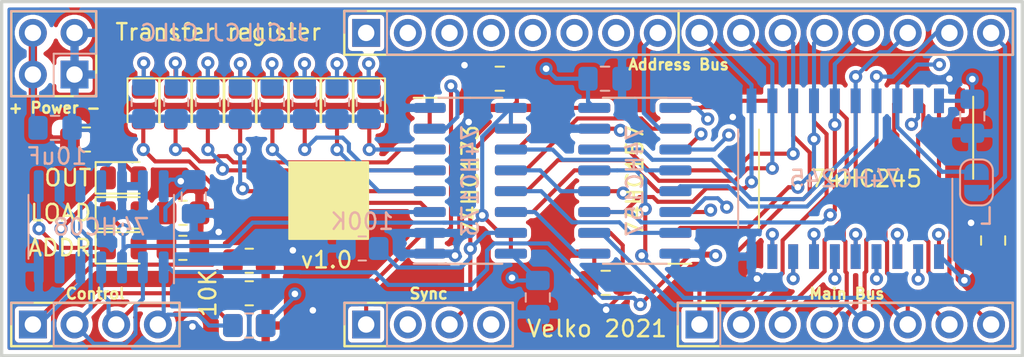
<source format=kicad_pcb>
(kicad_pcb (version 20171130) (host pcbnew "(5.1.9)-1")
  (layers (0 F.Cu mixed) (1 In1.Cu mixed hide) (2 In2.Cu mixed) (31 B.Cu mixed) (34 B.Paste user hide) (35 F.Paste user hide) (36 B.SilkS user) (37 F.SilkS user) (38 B.Mask user hide) (39 F.Mask user hide) (44 Edge.Cuts user))
  (net 0 "")
  (net 1 ABUS7)
  (net 2 ABUS6)
  (net 3 ABUS5)
  (net 4 ABUS4)
  (net 5 ABUS3)
  (net 6 ABUS2)
  (net 7 ABUS1)
  (net 8 ABUS0)
  (net 9 MBUS0)
  (net 10 MBUS1)
  (net 11 MBUS2)
  (net 12 MBUS3)
  (net 13 MBUS4)
  (net 14 MBUS5)
  (net 15 MBUS6)
  (net 16 MBUS7)
  (net 17 LD0)
  (net 18 LD1)
  (net 19 LD2)
  (net 20 LD3)
  (net 21 OUT3)
  (net 22 OUT2)
  (net 23 OUT1)
  (net 24 OUT0)
  (net 25 OUT7)
  (net 26 OUT6)
  (net 27 OUT5)
  (net 28 OUT4)
  (net 29 LD4)
  (net 30 LD5)
  (net 31 LD6)
  (net 32 LD7)
  (net 33 "Net-(D1-Pad1)")
  (net 34 "Net-(D2-Pad1)")
  (net 35 "Net-(D3-Pad1)")
  (net 36 "Net-(D4-Pad1)")
  (net 37 "Net-(D5-Pad1)")
  (net 38 "Net-(D6-Pad1)")
  (net 39 "Net-(D7-Pad1)")
  (net 40 "Net-(D8-Pad1)")
  (net 41 GND)
  (net 42 VCC)
  (net 43 AOUT)
  (net 44 ALOAD)
  (net 45 MOUT)
  (net 46 MLOAD)
  (net 47 RST)
  (net 48 CLK)
  (net 49 LOAD)
  (net 50 "Net-(D9-Pad2)")
  (net 51 "Net-(D10-Pad2)")
  (net 52 OUT)
  (net 53 "Net-(D11-Pad2)")
  (net 54 "Net-(D11-Pad1)")
  (net 55 "Net-(J5-Pad16)")
  (module Jumper:SolderJumper-2_P1.3mm_Open_RoundedPad1.0x1.5mm (layer B.Cu) (at 94.361 47.2186 270)
    (fp_text reference JP1)
    (fp_text value L (at 2.0574 -0.635) (layer B.SilkS) (effects (justify mirror)))
    (pad 2 smd custom (at 0.65 0 270) (size 1 0.5) (layers B.Cu B.Mask) (net 55 "Net-(J5-Pad16)") (options (clearance outline) (anchor rect)) (primitives (gr_circle (center 0 -0.25) (end 0.5 -0.25) (width 0)) (gr_circle (center 0 0.25) (end 0.5 0.25) (width 0)) (gr_poly (pts (xy 0 0.75) (xy -0.5 0.75) (xy -0.5 -0.75) (xy 0 -0.75)) (width 0))))
    (pad 1 smd custom (at -0.65 0 270) (size 1 0.5) (layers B.Cu B.Mask) (net 8 ABUS0) (options (clearance outline) (anchor rect)) (primitives (gr_circle (center 0 -0.25) (end 0.5 -0.25) (width 0)) (gr_circle (center 0 0.25) (end 0.5 0.25) (width 0)) (gr_poly (pts (xy 0 0.75) (xy 0.5 0.75) (xy 0.5 -0.75) (xy 0 -0.75)) (width 0))))
  )
  (module Resistor_SMD:R_0805_2012Metric_Pad1.20x1.40mm_HandSolder (layer B.Cu) (at 56.912 51.2445)
    (fp_text reference R16)
    (fp_text value 100K (at 0 -1.65) (layer B.SilkS) (effects (justify mirror)))
    (pad 2 smd roundrect (at 1 0) (size 1.2 1.4) (layers B.Cu B.Paste B.Mask) (roundrect_rratio 0.208333) (net 47 RST))
    (pad 1 smd roundrect (at -1 0) (size 1.2 1.4) (layers B.Cu B.Paste B.Mask) (roundrect_rratio 0.208333) (net 41 GND))
  )
  (module Resistor_SMD:R_0805_2012Metric_Pad1.20x1.40mm_HandSolder (layer B.Cu) (at 50.022 55.9435 180)
    (fp_text reference R15)
    (fp_text value 10K)
    (pad 2 smd roundrect (at 1 0 180) (size 1.2 1.4) (layers B.Cu B.Paste B.Mask) (roundrect_rratio 0.208333) (net 46 MLOAD))
    (pad 1 smd roundrect (at -1 0 180) (size 1.2 1.4) (layers B.Cu B.Paste B.Mask) (roundrect_rratio 0.208333) (net 42 VCC))
  )
  (module Resistor_SMD:R_0805_2012Metric_Pad1.20x1.40mm_HandSolder (layer F.Cu) (at 50.022 55.9435 180)
    (fp_text reference R14)
    (fp_text value 10K)
    (pad 2 smd roundrect (at 1 0 180) (size 1.2 1.4) (layers F.Cu F.Paste F.Mask) (roundrect_rratio 0.208333) (net 45 MOUT))
    (pad 1 smd roundrect (at -1 0 180) (size 1.2 1.4) (layers F.Cu F.Paste F.Mask) (roundrect_rratio 0.208333) (net 42 VCC))
  )
  (module Resistor_SMD:R_0805_2012Metric_Pad1.20x1.40mm_HandSolder (layer F.Cu) (at 50.022 53.975 180)
    (fp_text reference R13)
    (fp_text value 10K (at 2.524 0 270) (layer F.SilkS))
    (pad 2 smd roundrect (at 1 0 180) (size 1.2 1.4) (layers F.Cu F.Paste F.Mask) (roundrect_rratio 0.208333) (net 44 ALOAD))
    (pad 1 smd roundrect (at -1 0 180) (size 1.2 1.4) (layers F.Cu F.Paste F.Mask) (roundrect_rratio 0.208333) (net 42 VCC))
  )
  (module Resistor_SMD:R_0805_2012Metric_Pad1.20x1.40mm_HandSolder (layer F.Cu) (at 50.022 51.9938 180)
    (fp_text reference R12)
    (fp_text value 10K)
    (pad 2 smd roundrect (at 1 0 180) (size 1.2 1.4) (layers F.Cu F.Paste F.Mask) (roundrect_rratio 0.208333) (net 43 AOUT))
    (pad 1 smd roundrect (at -1 0 180) (size 1.2 1.4) (layers F.Cu F.Paste F.Mask) (roundrect_rratio 0.208333) (net 42 VCC))
  )
  (module Resistor_SMD:R_0805_2012Metric_Pad1.20x1.40mm_HandSolder (layer F.Cu) (at 45.974 51.2064 180)
    (fp_text reference R11)
    (fp_text value 330)
    (pad 2 smd roundrect (at 1 0 180) (size 1.2 1.4) (layers F.Cu F.Paste F.Mask) (roundrect_rratio 0.208333) (net 53 "Net-(D11-Pad2)"))
    (pad 1 smd roundrect (at -1 0 180) (size 1.2 1.4) (layers F.Cu F.Paste F.Mask) (roundrect_rratio 0.208333) (net 42 VCC))
  )
  (module Resistor_SMD:R_0805_2012Metric_Pad1.20x1.40mm_HandSolder (layer F.Cu) (at 40.0906 44.6024)
    (fp_text reference R10)
    (fp_text value 330)
    (pad 2 smd roundrect (at 1 0) (size 1.2 1.4) (layers F.Cu F.Paste F.Mask) (roundrect_rratio 0.208333) (net 51 "Net-(D10-Pad2)"))
    (pad 1 smd roundrect (at -1 0) (size 1.2 1.4) (layers F.Cu F.Paste F.Mask) (roundrect_rratio 0.208333) (net 42 VCC))
  )
  (module Resistor_SMD:R_0805_2012Metric_Pad1.20x1.40mm_HandSolder (layer F.Cu) (at 45.9834 49.0728 180)
    (fp_text reference R9)
    (fp_text value 330)
    (pad 2 smd roundrect (at 1 0 180) (size 1.2 1.4) (layers F.Cu F.Paste F.Mask) (roundrect_rratio 0.208333) (net 50 "Net-(D9-Pad2)"))
    (pad 1 smd roundrect (at -1 0 180) (size 1.2 1.4) (layers F.Cu F.Paste F.Mask) (roundrect_rratio 0.208333) (net 42 VCC))
  )
  (module LED_SMD:LED_0805_2012Metric (layer F.Cu) (at 42.3395 51.2064)
    (fp_text reference D11)
    (fp_text value ADDR (at -3.8805 0) (layer F.SilkS))
    (pad 2 smd roundrect (at 0.9375 0) (size 0.975 1.4) (layers F.Cu F.Paste F.Mask) (net 53 "Net-(D11-Pad2)"))
    (pad 1 smd roundrect (at -0.9375 0) (size 0.975 1.4) (layers F.Cu F.Paste F.Mask) (net 54 "Net-(D11-Pad1)"))
  )
  (module LED_SMD:LED_0805_2012Metric (layer F.Cu) (at 42.3395 46.9392)
    (fp_text reference D10)
    (fp_text value OUT (at -3.3805 0) (layer F.SilkS))
    (pad 2 smd roundrect (at 0.9375 0) (size 0.975 1.4) (layers F.Cu F.Paste F.Mask) (net 51 "Net-(D10-Pad2)"))
    (pad 1 smd roundrect (at -0.9375 0) (size 0.975 1.4) (layers F.Cu F.Paste F.Mask) (net 52 OUT))
  )
  (module LED_SMD:LED_0805_2012Metric (layer F.Cu) (at 42.3395 49.0728)
    (fp_text reference D9)
    (fp_text value LOAD (at -3.809071 0) (layer F.SilkS))
    (pad 2 smd roundrect (at 0.9375 0) (size 0.975 1.4) (layers F.Cu F.Paste F.Mask) (net 50 "Net-(D9-Pad2)"))
    (pad 1 smd roundrect (at -0.9375 0) (size 0.975 1.4) (layers F.Cu F.Paste F.Mask) (net 49 LOAD))
  )
  (module Capacitor_SMD:C_0805_2012Metric_Pad1.18x1.45mm_HandSolder (layer B.Cu) (at 46.6344 48.0861 270)
    (fp_text reference C8)
    (fp_text value 100nF)
    (pad 2 smd roundrect (at 1.0375 0 270) (size 1.175 1.45) (layers B.Cu B.Paste B.Mask) (roundrect_rratio 0.212766) (net 41 GND))
    (pad 1 smd roundrect (at -1.0375 0 270) (size 1.175 1.45) (layers B.Cu B.Paste B.Mask) (roundrect_rratio 0.212766) (net 42 VCC))
  )
  (module Package_SO:SOIC-14_3.9x8.7mm_P1.27mm (layer B.Cu) (at 40.9956 49.9222 90)
    (fp_text reference U6)
    (fp_text value 74HC08 (at -0.0142 0) (layer B.SilkS) (effects (justify mirror)))
    (pad 14 smd roundrect (at 2.475 3.81 90) (size 1.95 0.6) (layers B.Cu B.Paste B.Mask) (net 42 VCC))
    (pad 13 smd roundrect (at 2.475 2.54 90) (size 1.95 0.6) (layers B.Cu B.Paste B.Mask) (net 41 GND))
    (pad 12 smd roundrect (at 2.475 1.27 90) (size 1.95 0.6) (layers B.Cu B.Paste B.Mask) (net 41 GND))
    (pad 11 smd roundrect (at 2.475 0 90) (size 1.95 0.6) (layers B.Cu B.Paste B.Mask))
    (pad 10 smd roundrect (at 2.475 -1.27 90) (size 1.95 0.6) (layers B.Cu B.Paste B.Mask) (net 44 ALOAD))
    (pad 9 smd roundrect (at 2.475 -2.54 90) (size 1.95 0.6) (layers B.Cu B.Paste B.Mask) (net 43 AOUT))
    (pad 8 smd roundrect (at 2.475 -3.81 90) (size 1.95 0.6) (layers B.Cu B.Paste B.Mask) (net 54 "Net-(D11-Pad1)"))
    (pad 7 smd roundrect (at -2.475 -3.81 90) (size 1.95 0.6) (layers B.Cu B.Paste B.Mask) (net 41 GND))
    (pad 6 smd roundrect (at -2.475 -2.54 90) (size 1.95 0.6) (layers B.Cu B.Paste B.Mask) (net 52 OUT))
    (pad 5 smd roundrect (at -2.475 -1.27 90) (size 1.95 0.6) (layers B.Cu B.Paste B.Mask) (net 43 AOUT))
    (pad 4 smd roundrect (at -2.475 0 90) (size 1.95 0.6) (layers B.Cu B.Paste B.Mask) (net 45 MOUT))
    (pad 3 smd roundrect (at -2.475 1.27 90) (size 1.95 0.6) (layers B.Cu B.Paste B.Mask) (net 49 LOAD))
    (pad 2 smd roundrect (at -2.475 2.54 90) (size 1.95 0.6) (layers B.Cu B.Paste B.Mask) (net 44 ALOAD))
    (pad 1 smd roundrect (at -2.475 3.81 90) (size 1.95 0.6) (layers B.Cu B.Paste B.Mask) (net 46 MLOAD))
  )
  (module Capacitor_SMD:C_0805_2012Metric_Pad1.18x1.45mm_HandSolder (layer B.Cu) (at 38.1801 43.8912)
    (fp_text reference C7)
    (fp_text value 10uF (at 0.1231 1.7272) (layer B.SilkS) (effects (justify mirror)))
    (pad 2 smd roundrect (at 1.0375 0) (size 1.175 1.45) (layers B.Cu B.Paste B.Mask) (roundrect_rratio 0.212766) (net 41 GND))
    (pad 1 smd roundrect (at -1.0375 0) (size 1.175 1.45) (layers B.Cu B.Paste B.Mask) (roundrect_rratio 0.212766) (net 42 VCC))
  )
  (module Capacitor_SMD:C_0805_2012Metric_Pad1.18x1.45mm_HandSolder (layer F.Cu) (at 65.2995 40.894 180)
    (fp_text reference C6)
    (fp_text value 100nF)
    (pad 2 smd roundrect (at 1.0375 0 180) (size 1.175 1.45) (layers F.Cu F.Paste F.Mask) (roundrect_rratio 0.212766) (net 41 GND))
    (pad 1 smd roundrect (at -1.0375 0 180) (size 1.175 1.45) (layers F.Cu F.Paste F.Mask) (roundrect_rratio 0.212766) (net 42 VCC))
  )
  (module Capacitor_SMD:C_0805_2012Metric_Pad1.18x1.45mm_HandSolder (layer F.Cu) (at 95.377 50.758 90)
    (fp_text reference C5)
    (fp_text value 100nF)
    (pad 2 smd roundrect (at 1.0375 0 90) (size 1.175 1.45) (layers F.Cu F.Paste F.Mask) (roundrect_rratio 0.212766) (net 41 GND))
    (pad 1 smd roundrect (at -1.0375 0 90) (size 1.175 1.45) (layers F.Cu F.Paste F.Mask) (roundrect_rratio 0.212766) (net 42 VCC))
  )
  (module Capacitor_SMD:C_0805_2012Metric_Pad1.18x1.45mm_HandSolder (layer B.Cu) (at 94.107 43.18 270)
    (fp_text reference C4)
    (fp_text value 100nF)
    (pad 2 smd roundrect (at 1.0375 0 270) (size 1.175 1.45) (layers B.Cu B.Paste B.Mask) (roundrect_rratio 0.212766) (net 41 GND))
    (pad 1 smd roundrect (at -1.0375 0 270) (size 1.175 1.45) (layers B.Cu B.Paste B.Mask) (roundrect_rratio 0.212766) (net 42 VCC))
  )
  (module Capacitor_SMD:C_0805_2012Metric_Pad1.18x1.45mm_HandSolder (layer F.Cu) (at 71.755 53.34)
    (fp_text reference C3)
    (fp_text value 100nF)
    (pad 2 smd roundrect (at 1.0375 0) (size 1.175 1.45) (layers F.Cu F.Paste F.Mask) (roundrect_rratio 0.212766) (net 41 GND))
    (pad 1 smd roundrect (at -1.0375 0) (size 1.175 1.45) (layers F.Cu F.Paste F.Mask) (roundrect_rratio 0.212766) (net 42 VCC))
  )
  (module Capacitor_SMD:C_0805_2012Metric_Pad1.18x1.45mm_HandSolder (layer B.Cu) (at 71.713 40.894)
    (fp_text reference C2)
    (fp_text value 100nF)
    (pad 2 smd roundrect (at 1.0375 0) (size 1.175 1.45) (layers B.Cu B.Paste B.Mask) (roundrect_rratio 0.212766) (net 41 GND))
    (pad 1 smd roundrect (at -1.0375 0) (size 1.175 1.45) (layers B.Cu B.Paste B.Mask) (roundrect_rratio 0.212766) (net 42 VCC))
  )
  (module Capacitor_SMD:C_0805_2012Metric_Pad1.18x1.45mm_HandSolder (layer B.Cu) (at 67.6148 54.2329 270)
    (fp_text reference C1)
    (fp_text value 100nF)
    (pad 2 smd roundrect (at 1.0375 0 270) (size 1.175 1.45) (layers B.Cu B.Paste B.Mask) (roundrect_rratio 0.212766) (net 41 GND))
    (pad 1 smd roundrect (at -1.0375 0 270) (size 1.175 1.45) (layers B.Cu B.Paste B.Mask) (roundrect_rratio 0.212766) (net 42 VCC))
  )
  (module Resistor_SMD:R_0805_2012Metric_Pad1.20x1.40mm_HandSolder (layer B.Cu) (at 43.5864 42.3324 90)
    (fp_text reference R8)
    (fp_text value 330)
    (pad 2 smd roundrect (at 1 0 90) (size 1.2 1.4) (layers B.Cu B.Paste B.Mask) (roundrect_rratio 0.208333) (net 40 "Net-(D8-Pad1)"))
    (pad 1 smd roundrect (at -1 0 90) (size 1.2 1.4) (layers B.Cu B.Paste B.Mask) (roundrect_rratio 0.208333) (net 41 GND))
  )
  (module Resistor_SMD:R_0805_2012Metric_Pad1.20x1.40mm_HandSolder (layer B.Cu) (at 45.5676 42.3324 90)
    (fp_text reference R7)
    (fp_text value 330)
    (pad 2 smd roundrect (at 1 0 90) (size 1.2 1.4) (layers B.Cu B.Paste B.Mask) (roundrect_rratio 0.208333) (net 39 "Net-(D7-Pad1)"))
    (pad 1 smd roundrect (at -1 0 90) (size 1.2 1.4) (layers B.Cu B.Paste B.Mask) (roundrect_rratio 0.208333) (net 41 GND))
  )
  (module Resistor_SMD:R_0805_2012Metric_Pad1.20x1.40mm_HandSolder (layer B.Cu) (at 47.498 42.3324 90)
    (fp_text reference R6)
    (fp_text value 330)
    (pad 2 smd roundrect (at 1 0 90) (size 1.2 1.4) (layers B.Cu B.Paste B.Mask) (roundrect_rratio 0.208333) (net 38 "Net-(D6-Pad1)"))
    (pad 1 smd roundrect (at -1 0 90) (size 1.2 1.4) (layers B.Cu B.Paste B.Mask) (roundrect_rratio 0.208333) (net 41 GND))
  )
  (module Resistor_SMD:R_0805_2012Metric_Pad1.20x1.40mm_HandSolder (layer B.Cu) (at 49.4792 42.3324 90)
    (fp_text reference R5)
    (fp_text value 330)
    (pad 2 smd roundrect (at 1 0 90) (size 1.2 1.4) (layers B.Cu B.Paste B.Mask) (roundrect_rratio 0.208333) (net 37 "Net-(D5-Pad1)"))
    (pad 1 smd roundrect (at -1 0 90) (size 1.2 1.4) (layers B.Cu B.Paste B.Mask) (roundrect_rratio 0.208333) (net 41 GND))
  )
  (module Resistor_SMD:R_0805_2012Metric_Pad1.20x1.40mm_HandSolder (layer B.Cu) (at 51.4096 42.3324 90)
    (fp_text reference R4)
    (fp_text value 330)
    (pad 2 smd roundrect (at 1 0 90) (size 1.2 1.4) (layers B.Cu B.Paste B.Mask) (roundrect_rratio 0.208333) (net 36 "Net-(D4-Pad1)"))
    (pad 1 smd roundrect (at -1 0 90) (size 1.2 1.4) (layers B.Cu B.Paste B.Mask) (roundrect_rratio 0.208333) (net 41 GND))
  )
  (module Resistor_SMD:R_0805_2012Metric_Pad1.20x1.40mm_HandSolder (layer B.Cu) (at 53.3908 42.3324 90)
    (fp_text reference R3)
    (fp_text value 330)
    (pad 2 smd roundrect (at 1 0 90) (size 1.2 1.4) (layers B.Cu B.Paste B.Mask) (roundrect_rratio 0.208333) (net 35 "Net-(D3-Pad1)"))
    (pad 1 smd roundrect (at -1 0 90) (size 1.2 1.4) (layers B.Cu B.Paste B.Mask) (roundrect_rratio 0.208333) (net 41 GND))
  )
  (module Resistor_SMD:R_0805_2012Metric_Pad1.20x1.40mm_HandSolder (layer B.Cu) (at 55.372 42.3324 90)
    (fp_text reference R2)
    (fp_text value 330)
    (pad 2 smd roundrect (at 1 0 90) (size 1.2 1.4) (layers B.Cu B.Paste B.Mask) (roundrect_rratio 0.208333) (net 34 "Net-(D2-Pad1)"))
    (pad 1 smd roundrect (at -1 0 90) (size 1.2 1.4) (layers B.Cu B.Paste B.Mask) (roundrect_rratio 0.208333) (net 41 GND))
  )
  (module Resistor_SMD:R_0805_2012Metric_Pad1.20x1.40mm_HandSolder (layer B.Cu) (at 57.3024 42.3324 90)
    (fp_text reference R1)
    (fp_text value 330)
    (pad 2 smd roundrect (at 1 0 90) (size 1.2 1.4) (layers B.Cu B.Paste B.Mask) (roundrect_rratio 0.208333) (net 33 "Net-(D1-Pad1)"))
    (pad 1 smd roundrect (at -1 0 90) (size 1.2 1.4) (layers B.Cu B.Paste B.Mask) (roundrect_rratio 0.208333) (net 41 GND))
  )
  (module LED_SMD:LED_0805_2012Metric (layer F.Cu) (at 43.561 42.56 270)
    (fp_text reference D8)
    (fp_text value LED)
    (pad 2 smd roundrect (at 0.9375 0 270) (size 0.975 1.4) (layers F.Cu F.Paste F.Mask) (net 25 OUT7))
    (pad 1 smd roundrect (at -0.9375 0 270) (size 0.975 1.4) (layers F.Cu F.Paste F.Mask) (net 40 "Net-(D8-Pad1)"))
  )
  (module LED_SMD:LED_0805_2012Metric (layer F.Cu) (at 45.5295 42.56 270)
    (fp_text reference D7)
    (fp_text value LED)
    (pad 2 smd roundrect (at 0.9375 0 270) (size 0.975 1.4) (layers F.Cu F.Paste F.Mask) (net 26 OUT6))
    (pad 1 smd roundrect (at -0.9375 0 270) (size 0.975 1.4) (layers F.Cu F.Paste F.Mask) (net 39 "Net-(D7-Pad1)"))
  )
  (module LED_SMD:LED_0805_2012Metric (layer F.Cu) (at 47.498 42.56 270)
    (fp_text reference D6)
    (fp_text value LED)
    (pad 2 smd roundrect (at 0.9375 0 270) (size 0.975 1.4) (layers F.Cu F.Paste F.Mask) (net 27 OUT5))
    (pad 1 smd roundrect (at -0.9375 0 270) (size 0.975 1.4) (layers F.Cu F.Paste F.Mask) (net 38 "Net-(D6-Pad1)"))
  )
  (module LED_SMD:LED_0805_2012Metric (layer F.Cu) (at 49.4665 42.56 270)
    (fp_text reference D5)
    (fp_text value LED)
    (pad 2 smd roundrect (at 0.9375 0 270) (size 0.975 1.4) (layers F.Cu F.Paste F.Mask) (net 28 OUT4))
    (pad 1 smd roundrect (at -0.9375 0 270) (size 0.975 1.4) (layers F.Cu F.Paste F.Mask) (net 37 "Net-(D5-Pad1)"))
  )
  (module LED_SMD:LED_0805_2012Metric (layer F.Cu) (at 51.435 42.56 270)
    (fp_text reference D4)
    (fp_text value LED)
    (pad 2 smd roundrect (at 0.9375 0 270) (size 0.975 1.4) (layers F.Cu F.Paste F.Mask) (net 21 OUT3))
    (pad 1 smd roundrect (at -0.9375 0 270) (size 0.975 1.4) (layers F.Cu F.Paste F.Mask) (net 36 "Net-(D4-Pad1)"))
  )
  (module LED_SMD:LED_0805_2012Metric (layer F.Cu) (at 53.4035 42.56 270)
    (fp_text reference D3)
    (fp_text value LED)
    (pad 2 smd roundrect (at 0.9375 0 270) (size 0.975 1.4) (layers F.Cu F.Paste F.Mask) (net 22 OUT2))
    (pad 1 smd roundrect (at -0.9375 0 270) (size 0.975 1.4) (layers F.Cu F.Paste F.Mask) (net 35 "Net-(D3-Pad1)"))
  )
  (module LED_SMD:LED_0805_2012Metric (layer F.Cu) (at 55.372 42.56 270)
    (fp_text reference D2)
    (fp_text value LED)
    (pad 2 smd roundrect (at 0.9375 0 270) (size 0.975 1.4) (layers F.Cu F.Paste F.Mask) (net 23 OUT1))
    (pad 1 smd roundrect (at -0.9375 0 270) (size 0.975 1.4) (layers F.Cu F.Paste F.Mask) (net 34 "Net-(D2-Pad1)"))
  )
  (module LED_SMD:LED_0805_2012Metric (layer F.Cu) (at 57.3405 42.56 270)
    (fp_text reference D1)
    (fp_text value LED)
    (pad 2 smd roundrect (at 0.9375 0 270) (size 0.975 1.4) (layers F.Cu F.Paste F.Mask) (net 24 OUT0))
    (pad 1 smd roundrect (at -0.9375 0 270) (size 0.975 1.4) (layers F.Cu F.Paste F.Mask) (net 33 "Net-(D1-Pad1)"))
  )
  (module Package_SO:SO-20_12.8x7.5mm_P1.27mm (layer F.Cu) (at 87.63 46.99 270)
    (fp_text reference U9)
    (fp_text value 74HC245 (at 0 0 180) (layer F.SilkS))
    (pad 20 smd rect (at 4.75 -5.715 270) (size 1.5 0.6) (layers F.Cu F.Paste F.Mask) (net 42 VCC))
    (pad 19 smd rect (at 4.75 -4.445 270) (size 1.5 0.6) (layers F.Cu F.Paste F.Mask) (net 45 MOUT))
    (pad 18 smd rect (at 4.75 -3.175 270) (size 1.5 0.6) (layers F.Cu F.Paste F.Mask) (net 24 OUT0))
    (pad 17 smd rect (at 4.75 -1.905 270) (size 1.5 0.6) (layers F.Cu F.Paste F.Mask) (net 23 OUT1))
    (pad 16 smd rect (at 4.75 -0.635 270) (size 1.5 0.6) (layers F.Cu F.Paste F.Mask) (net 22 OUT2))
    (pad 15 smd rect (at 4.75 0.635 270) (size 1.5 0.6) (layers F.Cu F.Paste F.Mask) (net 21 OUT3))
    (pad 14 smd rect (at 4.75 1.905 270) (size 1.5 0.6) (layers F.Cu F.Paste F.Mask) (net 28 OUT4))
    (pad 13 smd rect (at 4.75 3.175 270) (size 1.5 0.6) (layers F.Cu F.Paste F.Mask) (net 27 OUT5))
    (pad 12 smd rect (at 4.75 4.445 270) (size 1.5 0.6) (layers F.Cu F.Paste F.Mask) (net 26 OUT6))
    (pad 11 smd rect (at 4.75 5.715 270) (size 1.5 0.6) (layers F.Cu F.Paste F.Mask) (net 25 OUT7))
    (pad 10 smd rect (at -4.75 5.715 270) (size 1.5 0.6) (layers F.Cu F.Paste F.Mask) (net 41 GND))
    (pad 9 smd rect (at -4.75 4.445 270) (size 1.5 0.6) (layers F.Cu F.Paste F.Mask) (net 16 MBUS7))
    (pad 8 smd rect (at -4.75 3.175 270) (size 1.5 0.6) (layers F.Cu F.Paste F.Mask) (net 15 MBUS6))
    (pad 7 smd rect (at -4.75 1.905 270) (size 1.5 0.6) (layers F.Cu F.Paste F.Mask) (net 14 MBUS5))
    (pad 1 smd rect (at -4.75 -5.715 270) (size 1.5 0.6) (layers F.Cu F.Paste F.Mask) (net 41 GND))
    (pad 2 smd rect (at -4.75 -4.445 270) (size 1.5 0.6) (layers F.Cu F.Paste F.Mask) (net 9 MBUS0))
    (pad 3 smd rect (at -4.75 -3.175 270) (size 1.5 0.6) (layers F.Cu F.Paste F.Mask) (net 10 MBUS1))
    (pad 4 smd rect (at -4.75 -1.905 270) (size 1.5 0.6) (layers F.Cu F.Paste F.Mask) (net 11 MBUS2))
    (pad 5 smd rect (at -4.75 -0.635 270) (size 1.5 0.6) (layers F.Cu F.Paste F.Mask) (net 12 MBUS3))
    (pad 6 smd rect (at -4.75 0.635 270) (size 1.5 0.6) (layers F.Cu F.Paste F.Mask) (net 13 MBUS4))
  )
  (module Package_SO:SOIC-16_3.9x9.9mm_P1.27mm (layer F.Cu) (at 73.5345 47.117 180)
    (fp_text reference U5)
    (fp_text value 74HC157 (at 0 0 90) (layer F.SilkS))
    (pad 16 smd roundrect (at 2.475 -4.445 180) (size 1.95 0.6) (layers F.Cu F.Paste F.Mask) (net 42 VCC))
    (pad 15 smd roundrect (at 2.475 -3.175 180) (size 1.95 0.6) (layers F.Cu F.Paste F.Mask) (net 41 GND))
    (pad 14 smd roundrect (at 2.475 -1.905 180) (size 1.95 0.6) (layers F.Cu F.Paste F.Mask) (net 1 ABUS7))
    (pad 13 smd roundrect (at 2.475 -0.635 180) (size 1.95 0.6) (layers F.Cu F.Paste F.Mask) (net 16 MBUS7))
    (pad 12 smd roundrect (at 2.475 0.635 180) (size 1.95 0.6) (layers F.Cu F.Paste F.Mask) (net 32 LD7))
    (pad 11 smd roundrect (at 2.475 1.905 180) (size 1.95 0.6) (layers F.Cu F.Paste F.Mask) (net 2 ABUS6))
    (pad 10 smd roundrect (at 2.475 3.175 180) (size 1.95 0.6) (layers F.Cu F.Paste F.Mask) (net 15 MBUS6))
    (pad 9 smd roundrect (at 2.475 4.445 180) (size 1.95 0.6) (layers F.Cu F.Paste F.Mask) (net 31 LD6))
    (pad 8 smd roundrect (at -2.475 4.445 180) (size 1.95 0.6) (layers F.Cu F.Paste F.Mask) (net 41 GND))
    (pad 7 smd roundrect (at -2.475 3.175 180) (size 1.95 0.6) (layers F.Cu F.Paste F.Mask) (net 30 LD5))
    (pad 6 smd roundrect (at -2.475 1.905 180) (size 1.95 0.6) (layers F.Cu F.Paste F.Mask) (net 14 MBUS5))
    (pad 5 smd roundrect (at -2.475 0.635 180) (size 1.95 0.6) (layers F.Cu F.Paste F.Mask) (net 3 ABUS5))
    (pad 4 smd roundrect (at -2.475 -0.635 180) (size 1.95 0.6) (layers F.Cu F.Paste F.Mask) (net 29 LD4))
    (pad 3 smd roundrect (at -2.475 -1.905 180) (size 1.95 0.6) (layers F.Cu F.Paste F.Mask) (net 13 MBUS4))
    (pad 2 smd roundrect (at -2.475 -3.175 180) (size 1.95 0.6) (layers F.Cu F.Paste F.Mask) (net 4 ABUS4))
    (pad 1 smd roundrect (at -2.475 -4.445 180) (size 1.95 0.6) (layers F.Cu F.Paste F.Mask) (net 46 MLOAD))
  )
  (module Package_SO:SOIC-16_3.9x9.9mm_P1.27mm (layer F.Cu) (at 63.4985 47.117)
    (fp_text reference U4)
    (fp_text value 74HC173 (at 0 0 270) (layer F.SilkS))
    (pad 16 smd roundrect (at 2.475 -4.445) (size 1.95 0.6) (layers F.Cu F.Paste F.Mask) (net 42 VCC))
    (pad 15 smd roundrect (at 2.475 -3.175) (size 1.95 0.6) (layers F.Cu F.Paste F.Mask) (net 47 RST))
    (pad 14 smd roundrect (at 2.475 -1.905) (size 1.95 0.6) (layers F.Cu F.Paste F.Mask) (net 31 LD6))
    (pad 13 smd roundrect (at 2.475 -0.635) (size 1.95 0.6) (layers F.Cu F.Paste F.Mask) (net 30 LD5))
    (pad 12 smd roundrect (at 2.475 0.635) (size 1.95 0.6) (layers F.Cu F.Paste F.Mask) (net 29 LD4))
    (pad 11 smd roundrect (at 2.475 1.905) (size 1.95 0.6) (layers F.Cu F.Paste F.Mask) (net 32 LD7))
    (pad 10 smd roundrect (at 2.475 3.175) (size 1.95 0.6) (layers F.Cu F.Paste F.Mask) (net 49 LOAD))
    (pad 9 smd roundrect (at 2.475 4.445) (size 1.95 0.6) (layers F.Cu F.Paste F.Mask) (net 49 LOAD))
    (pad 8 smd roundrect (at -2.475 4.445) (size 1.95 0.6) (layers F.Cu F.Paste F.Mask) (net 41 GND))
    (pad 7 smd roundrect (at -2.475 3.175) (size 1.95 0.6) (layers F.Cu F.Paste F.Mask) (net 48 CLK))
    (pad 6 smd roundrect (at -2.475 1.905) (size 1.95 0.6) (layers F.Cu F.Paste F.Mask) (net 25 OUT7))
    (pad 5 smd roundrect (at -2.475 0.635) (size 1.95 0.6) (layers F.Cu F.Paste F.Mask) (net 28 OUT4))
    (pad 4 smd roundrect (at -2.475 -0.635) (size 1.95 0.6) (layers F.Cu F.Paste F.Mask) (net 27 OUT5))
    (pad 3 smd roundrect (at -2.475 -1.905) (size 1.95 0.6) (layers F.Cu F.Paste F.Mask) (net 26 OUT6))
    (pad 2 smd roundrect (at -2.475 -3.175) (size 1.95 0.6) (layers F.Cu F.Paste F.Mask) (net 41 GND))
    (pad 1 smd roundrect (at -2.475 -4.445) (size 1.95 0.6) (layers F.Cu F.Paste F.Mask) (net 41 GND))
  )
  (module Package_SO:SO-20_12.8x7.5mm_P1.27mm (layer B.Cu) (at 86.36 46.99 90)
    (fp_text reference U3)
    (fp_text value 74HC245 (at 0 0) (layer B.SilkS) (effects (justify mirror)))
    (pad 20 smd rect (at 4.75 5.715 90) (size 1.5 0.6) (layers B.Cu B.Paste B.Mask) (net 42 VCC))
    (pad 19 smd rect (at 4.75 4.445 90) (size 1.5 0.6) (layers B.Cu B.Paste B.Mask) (net 43 AOUT))
    (pad 18 smd rect (at 4.75 3.175 90) (size 1.5 0.6) (layers B.Cu B.Paste B.Mask) (net 8 ABUS0))
    (pad 17 smd rect (at 4.75 1.905 90) (size 1.5 0.6) (layers B.Cu B.Paste B.Mask) (net 7 ABUS1))
    (pad 16 smd rect (at 4.75 0.635 90) (size 1.5 0.6) (layers B.Cu B.Paste B.Mask) (net 6 ABUS2))
    (pad 15 smd rect (at 4.75 -0.635 90) (size 1.5 0.6) (layers B.Cu B.Paste B.Mask) (net 5 ABUS3))
    (pad 14 smd rect (at 4.75 -1.905 90) (size 1.5 0.6) (layers B.Cu B.Paste B.Mask) (net 4 ABUS4))
    (pad 13 smd rect (at 4.75 -3.175 90) (size 1.5 0.6) (layers B.Cu B.Paste B.Mask) (net 3 ABUS5))
    (pad 12 smd rect (at 4.75 -4.445 90) (size 1.5 0.6) (layers B.Cu B.Paste B.Mask) (net 2 ABUS6))
    (pad 11 smd rect (at 4.75 -5.715 90) (size 1.5 0.6) (layers B.Cu B.Paste B.Mask) (net 1 ABUS7))
    (pad 10 smd rect (at -4.75 -5.715 90) (size 1.5 0.6) (layers B.Cu B.Paste B.Mask) (net 41 GND))
    (pad 9 smd rect (at -4.75 -4.445 90) (size 1.5 0.6) (layers B.Cu B.Paste B.Mask) (net 25 OUT7))
    (pad 8 smd rect (at -4.75 -3.175 90) (size 1.5 0.6) (layers B.Cu B.Paste B.Mask) (net 26 OUT6))
    (pad 7 smd rect (at -4.75 -1.905 90) (size 1.5 0.6) (layers B.Cu B.Paste B.Mask) (net 27 OUT5))
    (pad 1 smd rect (at -4.75 5.715 90) (size 1.5 0.6) (layers B.Cu B.Paste B.Mask) (net 42 VCC))
    (pad 2 smd rect (at -4.75 4.445 90) (size 1.5 0.6) (layers B.Cu B.Paste B.Mask) (net 24 OUT0))
    (pad 3 smd rect (at -4.75 3.175 90) (size 1.5 0.6) (layers B.Cu B.Paste B.Mask) (net 23 OUT1))
    (pad 4 smd rect (at -4.75 1.905 90) (size 1.5 0.6) (layers B.Cu B.Paste B.Mask) (net 22 OUT2))
    (pad 5 smd rect (at -4.75 0.635 90) (size 1.5 0.6) (layers B.Cu B.Paste B.Mask) (net 21 OUT3))
    (pad 6 smd rect (at -4.75 -0.635 90) (size 1.5 0.6) (layers B.Cu B.Paste B.Mask) (net 28 OUT4))
  )
  (module Package_SO:SOIC-16_3.9x9.9mm_P1.27mm (layer B.Cu) (at 73.5315 47.117 180)
    (fp_text reference U2)
    (fp_text value 74HC157 (at 0 0 90) (layer B.SilkS) (effects (justify mirror)))
    (pad 16 smd roundrect (at 2.475 4.445 180) (size 1.95 0.6) (layers B.Cu B.Paste B.Mask) (net 42 VCC))
    (pad 15 smd roundrect (at 2.475 3.175 180) (size 1.95 0.6) (layers B.Cu B.Paste B.Mask) (net 41 GND))
    (pad 14 smd roundrect (at 2.475 1.905 180) (size 1.95 0.6) (layers B.Cu B.Paste B.Mask) (net 6 ABUS2))
    (pad 13 smd roundrect (at 2.475 0.635 180) (size 1.95 0.6) (layers B.Cu B.Paste B.Mask) (net 11 MBUS2))
    (pad 12 smd roundrect (at 2.475 -0.635 180) (size 1.95 0.6) (layers B.Cu B.Paste B.Mask) (net 19 LD2))
    (pad 11 smd roundrect (at 2.475 -1.905 180) (size 1.95 0.6) (layers B.Cu B.Paste B.Mask) (net 5 ABUS3))
    (pad 10 smd roundrect (at 2.475 -3.175 180) (size 1.95 0.6) (layers B.Cu B.Paste B.Mask) (net 12 MBUS3))
    (pad 9 smd roundrect (at 2.475 -4.445 180) (size 1.95 0.6) (layers B.Cu B.Paste B.Mask) (net 20 LD3))
    (pad 8 smd roundrect (at -2.475 -4.445 180) (size 1.95 0.6) (layers B.Cu B.Paste B.Mask) (net 41 GND))
    (pad 7 smd roundrect (at -2.475 -3.175 180) (size 1.95 0.6) (layers B.Cu B.Paste B.Mask) (net 18 LD1))
    (pad 6 smd roundrect (at -2.475 -1.905 180) (size 1.95 0.6) (layers B.Cu B.Paste B.Mask) (net 10 MBUS1))
    (pad 5 smd roundrect (at -2.475 -0.635 180) (size 1.95 0.6) (layers B.Cu B.Paste B.Mask) (net 7 ABUS1))
    (pad 4 smd roundrect (at -2.475 0.635 180) (size 1.95 0.6) (layers B.Cu B.Paste B.Mask) (net 17 LD0))
    (pad 3 smd roundrect (at -2.475 1.905 180) (size 1.95 0.6) (layers B.Cu B.Paste B.Mask) (net 9 MBUS0))
    (pad 2 smd roundrect (at -2.475 3.175 180) (size 1.95 0.6) (layers B.Cu B.Paste B.Mask) (net 8 ABUS0))
    (pad 1 smd roundrect (at -2.475 4.445 180) (size 1.95 0.6) (layers B.Cu B.Paste B.Mask) (net 46 MLOAD))
  )
  (module Package_SO:SOIC-16_3.9x9.9mm_P1.27mm (layer B.Cu) (at 63.4985 47.117)
    (fp_text reference U1)
    (fp_text value 74HC173 (at 0 0 -90) (layer B.SilkS) (effects (justify mirror)))
    (pad 16 smd roundrect (at 2.475 4.445) (size 1.95 0.6) (layers B.Cu B.Paste B.Mask) (net 42 VCC))
    (pad 15 smd roundrect (at 2.475 3.175) (size 1.95 0.6) (layers B.Cu B.Paste B.Mask) (net 47 RST))
    (pad 14 smd roundrect (at 2.475 1.905) (size 1.95 0.6) (layers B.Cu B.Paste B.Mask) (net 20 LD3))
    (pad 13 smd roundrect (at 2.475 0.635) (size 1.95 0.6) (layers B.Cu B.Paste B.Mask) (net 18 LD1))
    (pad 12 smd roundrect (at 2.475 -0.635) (size 1.95 0.6) (layers B.Cu B.Paste B.Mask) (net 19 LD2))
    (pad 11 smd roundrect (at 2.475 -1.905) (size 1.95 0.6) (layers B.Cu B.Paste B.Mask) (net 17 LD0))
    (pad 10 smd roundrect (at 2.475 -3.175) (size 1.95 0.6) (layers B.Cu B.Paste B.Mask) (net 49 LOAD))
    (pad 9 smd roundrect (at 2.475 -4.445) (size 1.95 0.6) (layers B.Cu B.Paste B.Mask) (net 49 LOAD))
    (pad 8 smd roundrect (at -2.475 -4.445) (size 1.95 0.6) (layers B.Cu B.Paste B.Mask) (net 41 GND))
    (pad 7 smd roundrect (at -2.475 -3.175) (size 1.95 0.6) (layers B.Cu B.Paste B.Mask) (net 48 CLK))
    (pad 6 smd roundrect (at -2.475 -1.905) (size 1.95 0.6) (layers B.Cu B.Paste B.Mask) (net 24 OUT0))
    (pad 5 smd roundrect (at -2.475 -0.635) (size 1.95 0.6) (layers B.Cu B.Paste B.Mask) (net 22 OUT2))
    (pad 4 smd roundrect (at -2.475 0.635) (size 1.95 0.6) (layers B.Cu B.Paste B.Mask) (net 23 OUT1))
    (pad 3 smd roundrect (at -2.475 1.905) (size 1.95 0.6) (layers B.Cu B.Paste B.Mask) (net 21 OUT3))
    (pad 2 smd roundrect (at -2.475 3.175) (size 1.95 0.6) (layers B.Cu B.Paste B.Mask) (net 41 GND))
    (pad 1 smd roundrect (at -2.475 4.445) (size 1.95 0.6) (layers B.Cu B.Paste B.Mask) (net 41 GND))
  )
  (module Connector_PinHeader_2.54mm:PinHeader_1x16_P2.54mm_Vertical (layer B.Cu) (at 57.15 38.1 270)
    (fp_text reference J5)
    (fp_text value "Address Bus" (at 1.9304 -19.05 180) (layer F.SilkS) (effects (font (size 0.66 0.66))))
    (pad 16 thru_hole oval (at 0 -38.1 270) (size 1.7 1.7) (drill 1) (layers *.Cu *.Mask) (net 55 "Net-(J5-Pad16)"))
    (pad 15 thru_hole oval (at 0 -35.56 270) (size 1.7 1.7) (drill 1) (layers *.Cu *.Mask) (net 7 ABUS1))
    (pad 14 thru_hole oval (at 0 -33.02 270) (size 1.7 1.7) (drill 1) (layers *.Cu *.Mask) (net 6 ABUS2))
    (pad 13 thru_hole oval (at 0 -30.48 270) (size 1.7 1.7) (drill 1) (layers *.Cu *.Mask) (net 5 ABUS3))
    (pad 12 thru_hole oval (at 0 -27.94 270) (size 1.7 1.7) (drill 1) (layers *.Cu *.Mask) (net 4 ABUS4))
    (pad 11 thru_hole oval (at 0 -25.4 270) (size 1.7 1.7) (drill 1) (layers *.Cu *.Mask) (net 3 ABUS5))
    (pad 10 thru_hole oval (at 0 -22.86 270) (size 1.7 1.7) (drill 1) (layers *.Cu *.Mask) (net 2 ABUS6))
    (pad 9 thru_hole oval (at 0 -20.32 270) (size 1.7 1.7) (drill 1) (layers *.Cu *.Mask) (net 1 ABUS7))
    (pad 8 thru_hole oval (at 0 -17.78 270) (size 1.7 1.7) (drill 1) (layers *.Cu *.Mask) (net 8 ABUS0))
    (pad 7 thru_hole oval (at 0 -15.24 270) (size 1.7 1.7) (drill 1) (layers *.Cu *.Mask) (net 7 ABUS1))
    (pad 6 thru_hole oval (at 0 -12.7 270) (size 1.7 1.7) (drill 1) (layers *.Cu *.Mask) (net 6 ABUS2))
    (pad 5 thru_hole oval (at 0 -10.16 270) (size 1.7 1.7) (drill 1) (layers *.Cu *.Mask) (net 5 ABUS3))
    (pad 4 thru_hole oval (at 0 -7.62 270) (size 1.7 1.7) (drill 1) (layers *.Cu *.Mask) (net 4 ABUS4))
    (pad 3 thru_hole oval (at 0 -5.08 270) (size 1.7 1.7) (drill 1) (layers *.Cu *.Mask) (net 3 ABUS5))
    (pad 2 thru_hole oval (at 0 -2.54 270) (size 1.7 1.7) (drill 1) (layers *.Cu *.Mask) (net 2 ABUS6))
    (pad 1 thru_hole rect (at 0 0 270) (size 1.7 1.7) (drill 1) (layers *.Cu *.Mask) (net 1 ABUS7))
  )
  (module Connector_PinHeader_2.54mm:PinHeader_1x08_P2.54mm_Vertical (layer B.Cu) (at 77.47 55.88 270)
    (fp_text reference J6 hide)
    (fp_text value "Main Bus" (at -1.8796 -8.9916 180) (layer F.SilkS) (effects (font (size 0.66 0.66))))
    (pad 1 thru_hole rect (at 0 0 270) (size 1.7 1.7) (drill 1) (layers *.Cu *.Mask) (net 16 MBUS7))
    (pad 2 thru_hole oval (at 0 -2.54 270) (size 1.7 1.7) (drill 1) (layers *.Cu *.Mask) (net 15 MBUS6))
    (pad 3 thru_hole oval (at 0 -5.08 270) (size 1.7 1.7) (drill 1) (layers *.Cu *.Mask) (net 14 MBUS5))
    (pad 4 thru_hole oval (at 0 -7.62 270) (size 1.7 1.7) (drill 1) (layers *.Cu *.Mask) (net 13 MBUS4))
    (pad 5 thru_hole oval (at 0 -10.16 270) (size 1.7 1.7) (drill 1) (layers *.Cu *.Mask) (net 12 MBUS3))
    (pad 6 thru_hole oval (at 0 -12.7 270) (size 1.7 1.7) (drill 1) (layers *.Cu *.Mask) (net 11 MBUS2))
    (pad 7 thru_hole oval (at 0 -15.24 270) (size 1.7 1.7) (drill 1) (layers *.Cu *.Mask) (net 10 MBUS1))
    (pad 8 thru_hole oval (at 0 -17.78 270) (size 1.7 1.7) (drill 1) (layers *.Cu *.Mask) (net 9 MBUS0))
  )
  (module Connector_PinHeader_2.54mm:PinHeader_1x04_P2.54mm_Vertical (layer B.Cu) (at 36.83 55.88 270)
    (fp_text reference J2 hide)
    (fp_text value Control (at -1.8796 -3.81 180) (layer F.SilkS) (effects (font (size 0.66 0.66))))
    (pad 1 thru_hole rect (at 0 0 270) (size 1.7 1.7) (drill 1) (layers *.Cu *.Mask) (net 43 AOUT))
    (pad 2 thru_hole oval (at 0 -2.54 270) (size 1.7 1.7) (drill 1) (layers *.Cu *.Mask) (net 44 ALOAD))
    (pad 3 thru_hole oval (at 0 -5.08 270) (size 1.7 1.7) (drill 1) (layers *.Cu *.Mask) (net 45 MOUT))
    (pad 4 thru_hole oval (at 0 -7.62 270) (size 1.7 1.7) (drill 1) (layers *.Cu *.Mask) (net 46 MLOAD))
  )
  (module Connector_PinHeader_2.54mm:PinHeader_1x04_P2.54mm_Vertical (layer B.Cu) (at 57.15 55.88 270)
    (fp_text reference J3 hide)
    (fp_text value Sync (at -1.8796 -3.81 180) (layer F.SilkS) (effects (font (size 0.66 0.66))))
    (pad 4 thru_hole oval (at 0 -7.62 270) (size 1.7 1.7) (drill 1) (layers *.Cu *.Mask))
    (pad 3 thru_hole oval (at 0 -5.08 270) (size 1.7 1.7) (drill 1) (layers *.Cu *.Mask) (net 47 RST))
    (pad 2 thru_hole oval (at 0 -2.54 270) (size 1.7 1.7) (drill 1) (layers *.Cu *.Mask))
    (pad 1 thru_hole rect (at 0 0 270) (size 1.7 1.7) (drill 1) (layers *.Cu *.Mask) (net 48 CLK))
  )
  (module Connector_PinHeader_2.54mm:PinHeader_2x02_P2.54mm_Vertical (layer B.Cu) (at 39.37 40.64 90)
    (fp_text reference J4 hide)
    (fp_text value "+ Power -" (at -2.032 -1.2192) (layer F.SilkS) (effects (font (size 0.66 0.66))))
    (pad 1 thru_hole rect (at 0 0 90) (size 1.7 1.7) (drill 1) (layers *.Cu *.Mask) (net 41 GND))
    (pad 2 thru_hole oval (at 2.54 0 90) (size 1.7 1.7) (drill 1) (layers *.Cu *.Mask) (net 41 GND))
    (pad 3 thru_hole oval (at 0 -2.54 90) (size 1.7 1.7) (drill 1) (layers *.Cu *.Mask) (net 42 VCC))
    (pad 4 thru_hole oval (at 2.54 -2.54 90) (size 1.7 1.7) (drill 1) (layers *.Cu *.Mask) (net 42 VCC))
  )
  (gr_text JLCJLCJLCJLC (at 48.514 38.1) (layer B.SilkS) (effects (font (size 1 1)) (justify mirror)))
  (gr_poly (pts (xy 57.277 50.673) (xy 52.451 50.673) (xy 52.451 45.974) (xy 57.277 45.974)) (layer F.SilkS) (width 0.1))
  (gr_text v1.0 (at 54.737 51.943) (layer F.SilkS) (effects (font (size 1 1))))
  (gr_text "Velko 2021" (at 71.2216 56.134) (layer F.SilkS) (effects (font (size 1 1))))
  (gr_text "Transfer register" (at 48.133 38.0492) (layer F.SilkS) (effects (font (size 1 1))))
  (gr_line (start 35.5092 41.9608) (end 35.5092 36.7792) (layer F.SilkS) (width 0.15))
  (gr_line (start 40.6908 41.9608) (end 35.5092 41.9608) (layer F.SilkS) (width 0.15))
  (gr_line (start 40.6908 36.7792) (end 40.6908 41.9608) (layer F.SilkS) (width 0.15))
  (gr_line (start 35.5092 36.7792) (end 40.6908 36.7792) (layer F.SilkS) (width 0.15))
  (gr_line (start 45.7708 54.5592) (end 35.5092 54.5592) (layer F.SilkS) (width 0.15))
  (gr_line (start 45.7708 57.2008) (end 45.7708 54.5592) (layer F.SilkS) (width 0.15))
  (gr_line (start 35.5092 57.2008) (end 45.7708 57.2008) (layer F.SilkS) (width 0.15))
  (gr_line (start 35.5092 54.5592) (end 35.5092 57.2008) (layer F.SilkS) (width 0.15))
  (gr_line (start 66.0908 57.2008) (end 66.0908 54.5592) (layer F.SilkS) (width 0.15))
  (gr_line (start 55.8292 57.2008) (end 66.0908 57.2008) (layer F.SilkS) (width 0.15))
  (gr_line (start 55.8292 54.5592) (end 55.8292 57.2008) (layer F.SilkS) (width 0.15))
  (gr_line (start 66.0908 54.5592) (end 55.8292 54.5592) (layer F.SilkS) (width 0.15))
  (gr_line (start 96.5708 54.5592) (end 76.1492 54.5592) (layer F.SilkS) (width 0.15))
  (gr_line (start 96.5708 57.2008) (end 96.5708 54.5592) (layer F.SilkS) (width 0.15))
  (gr_line (start 76.1492 57.2008) (end 96.5708 57.2008) (layer F.SilkS) (width 0.15))
  (gr_line (start 76.1492 54.5592) (end 76.1492 57.2008) (layer F.SilkS) (width 0.15))
  (gr_line (start 76.2 36.7665) (end 76.2 39.4335) (layer F.SilkS) (width 0.15))
  (gr_line (start 55.8165 36.7665) (end 96.5835 36.7665) (layer F.SilkS) (width 0.15))
  (gr_line (start 55.8165 39.4335) (end 55.8165 36.7665) (layer F.SilkS) (width 0.15))
  (gr_line (start 96.5835 39.4335) (end 55.8165 39.4335) (layer F.SilkS) (width 0.15))
  (gr_line (start 96.5835 36.7665) (end 96.5835 39.4335) (layer F.SilkS) (width 0.15))
  (gr_line (start 34.925 57.785) (end 34.925 36.195) (layer Edge.Cuts) (width 0.2))
  (gr_line (start 97.155 57.785) (end 34.925 57.785) (layer Edge.Cuts) (width 0.2))
  (gr_line (start 97.155 36.195) (end 97.155 57.785) (layer Edge.Cuts) (width 0.2))
  (gr_line (start 34.925 36.195) (end 97.155 36.195) (layer Edge.Cuts) (width 0.2))
  (via (at 80.645 47.1805) (size 0.8) (drill 0.4) (layers F.Cu B.Cu) (net 1))
  (segment (start 80.645 42.24) (end 80.645 47.1805) (width 0.25) (layer B.Cu) (net 1))
  (segment (start 80.645 41.275) (end 80.645 42.24) (width 0.25) (layer B.Cu) (net 1))
  (segment (start 77.47 38.1) (end 80.645 41.275) (width 0.25) (layer B.Cu) (net 1))
  (segment (start 77.066625 48.39699) (end 77.883116 47.580499) (width 0.25) (layer F.Cu) (net 1))
  (segment (start 74.643001 48.106499) (end 74.933492 48.39699) (width 0.25) (layer F.Cu) (net 1))
  (segment (start 77.883116 47.580499) (end 80.245001 47.580499) (width 0.25) (layer F.Cu) (net 1))
  (segment (start 80.245001 47.580499) (end 80.645 47.1805) (width 0.25) (layer F.Cu) (net 1))
  (segment (start 72.904498 49.022) (end 73.819999 48.106499) (width 0.25) (layer F.Cu) (net 1))
  (segment (start 71.0595 49.022) (end 72.904498 49.022) (width 0.25) (layer F.Cu) (net 1))
  (segment (start 74.933492 48.39699) (end 77.066625 48.39699) (width 0.25) (layer F.Cu) (net 1))
  (segment (start 73.819999 48.106499) (end 74.643001 48.106499) (width 0.25) (layer F.Cu) (net 1))
  (via (at 81.915 46.355) (size 0.8) (drill 0.4) (layers F.Cu B.Cu) (net 2))
  (segment (start 81.915 42.24) (end 81.915 46.355) (width 0.25) (layer B.Cu) (net 2))
  (segment (start 81.915 40.005) (end 81.915 42.24) (width 0.25) (layer B.Cu) (net 2))
  (segment (start 80.01 38.1) (end 81.915 40.005) (width 0.25) (layer B.Cu) (net 2))
  (segment (start 73.092732 45.212) (end 74.997732 47.117) (width 0.25) (layer F.Cu) (net 2))
  (segment (start 71.0595 45.212) (end 73.092732 45.212) (width 0.25) (layer F.Cu) (net 2))
  (segment (start 80.397498 46.355) (end 81.915 46.355) (width 0.25) (layer F.Cu) (net 2))
  (segment (start 79.635498 47.117) (end 80.397498 46.355) (width 0.25) (layer F.Cu) (net 2))
  (segment (start 74.997732 47.117) (end 79.635498 47.117) (width 0.25) (layer F.Cu) (net 2))
  (via (at 83.185 45.466) (size 0.8) (drill 0.4) (layers F.Cu B.Cu) (net 3))
  (segment (start 83.185 42.24) (end 83.185 45.466) (width 0.25) (layer B.Cu) (net 3))
  (segment (start 83.185 38.735) (end 82.55 38.1) (width 0.25) (layer B.Cu) (net 3))
  (segment (start 83.185 42.24) (end 83.185 38.735) (width 0.25) (layer B.Cu) (net 3))
  (segment (start 80.650088 45.466) (end 83.185 45.466) (width 0.25) (layer F.Cu) (net 3))
  (segment (start 76.0095 46.482) (end 79.634088 46.482) (width 0.25) (layer F.Cu) (net 3))
  (segment (start 79.634088 46.482) (end 80.650088 45.466) (width 0.25) (layer F.Cu) (net 3))
  (via (at 84.455 44.577) (size 0.8) (drill 0.4) (layers F.Cu B.Cu) (net 4))
  (segment (start 84.455 42.24) (end 84.455 44.577) (width 0.25) (layer B.Cu) (net 4))
  (segment (start 84.455 38.735) (end 85.09 38.1) (width 0.25) (layer B.Cu) (net 4))
  (segment (start 84.455 42.24) (end 84.455 38.735) (width 0.25) (layer B.Cu) (net 4))
  (segment (start 84.455 44.577) (end 84.455 46.524465) (width 0.25) (layer B.Cu) (net 4))
  (via (at 83.468494 47.510971) (size 0.8) (drill 0.4) (layers F.Cu B.Cu) (net 4))
  (segment (start 84.455 46.524465) (end 83.468494 47.510971) (width 0.25) (layer B.Cu) (net 4))
  (segment (start 82.902809 47.510971) (end 83.468494 47.510971) (width 0.25) (layer F.Cu) (net 4))
  (segment (start 76.3095 49.992) (end 80.42178 49.992) (width 0.25) (layer F.Cu) (net 4))
  (segment (start 76.0095 50.292) (end 76.3095 49.992) (width 0.25) (layer F.Cu) (net 4))
  (segment (start 80.42178 49.992) (end 82.902809 47.510971) (width 0.25) (layer F.Cu) (net 4))
  (via (at 85.725 43.688) (size 0.8) (drill 0.4) (layers F.Cu B.Cu) (net 5))
  (segment (start 85.725 42.24) (end 85.725 43.688) (width 0.25) (layer B.Cu) (net 5))
  (segment (start 85.725 40.005) (end 87.63 38.1) (width 0.25) (layer B.Cu) (net 5))
  (segment (start 85.725 42.24) (end 85.725 40.005) (width 0.25) (layer B.Cu) (net 5))
  (via (at 85.445522 49.196756) (size 0.8) (drill 0.4) (layers F.Cu B.Cu) (net 5))
  (segment (start 85.725 48.917278) (end 85.445522 49.196756) (width 0.25) (layer F.Cu) (net 5))
  (segment (start 85.725 43.688) (end 85.725 48.917278) (width 0.25) (layer F.Cu) (net 5))
  (segment (start 73.285496 49.022) (end 73.920487 49.656991) (width 0.25) (layer B.Cu) (net 5))
  (segment (start 71.0565 49.022) (end 73.285496 49.022) (width 0.25) (layer B.Cu) (net 5))
  (segment (start 73.920487 49.656991) (end 84.985287 49.656991) (width 0.25) (layer B.Cu) (net 5))
  (segment (start 84.985287 49.656991) (end 85.445522 49.196756) (width 0.25) (layer B.Cu) (net 5))
  (via (at 86.995 40.767) (size 0.8) (drill 0.4) (layers F.Cu B.Cu) (net 6))
  (segment (start 86.995 42.24) (end 86.995 40.767) (width 0.25) (layer B.Cu) (net 6))
  (segment (start 88.486999 39.275001) (end 86.995 40.767) (width 0.25) (layer B.Cu) (net 6))
  (segment (start 88.994999 39.275001) (end 88.486999 39.275001) (width 0.25) (layer B.Cu) (net 6))
  (segment (start 90.17 38.1) (end 88.994999 39.275001) (width 0.25) (layer B.Cu) (net 6))
  (segment (start 73.978732 45.212) (end 71.0565 45.212) (width 0.25) (layer B.Cu) (net 6))
  (segment (start 74.603742 45.83701) (end 73.978732 45.212) (width 0.25) (layer B.Cu) (net 6))
  (segment (start 78.228508 45.83701) (end 74.603742 45.83701) (width 0.25) (layer B.Cu) (net 6))
  (segment (start 83.803738 48.235973) (end 80.627471 48.235973) (width 0.25) (layer B.Cu) (net 6))
  (segment (start 86.995 45.044711) (end 83.803738 48.235973) (width 0.25) (layer B.Cu) (net 6))
  (segment (start 80.627471 48.235973) (end 78.228508 45.83701) (width 0.25) (layer B.Cu) (net 6))
  (segment (start 86.995 42.24) (end 86.995 45.044711) (width 0.25) (layer B.Cu) (net 6))
  (via (at 88.265 40.767) (size 0.8) (drill 0.4) (layers F.Cu B.Cu) (net 7))
  (segment (start 88.265 42.24) (end 88.265 40.767) (width 0.25) (layer B.Cu) (net 7))
  (segment (start 89.242002 40.767) (end 88.265 40.767) (width 0.25) (layer B.Cu) (net 7))
  (segment (start 91.909002 38.1) (end 89.242002 40.767) (width 0.25) (layer B.Cu) (net 7))
  (segment (start 92.71 38.1) (end 91.909002 38.1) (width 0.25) (layer B.Cu) (net 7))
  (segment (start 76.3065 47.452) (end 79.207087 47.452) (width 0.25) (layer B.Cu) (net 7))
  (segment (start 76.0065 47.752) (end 76.3065 47.452) (width 0.25) (layer B.Cu) (net 7))
  (segment (start 79.207087 47.452) (end 80.441071 48.685984) (width 0.25) (layer B.Cu) (net 7))
  (segment (start 80.441071 48.685984) (end 84.029016 48.685984) (width 0.25) (layer B.Cu) (net 7))
  (segment (start 84.029016 48.685984) (end 88.265 44.45) (width 0.25) (layer B.Cu) (net 7))
  (segment (start 88.265 43.24) (end 88.265 42.24) (width 0.25) (layer B.Cu) (net 7))
  (segment (start 88.265 44.45) (end 88.265 43.24) (width 0.25) (layer B.Cu) (net 7))
  (segment (start 75.0315 43.942) (end 76.0065 43.942) (width 0.25) (layer B.Cu) (net 8))
  (segment (start 74.080001 42.990501) (end 75.0315 43.942) (width 0.25) (layer B.Cu) (net 8))
  (segment (start 74.080001 38.949999) (end 74.080001 42.990501) (width 0.25) (layer B.Cu) (net 8))
  (segment (start 74.93 38.1) (end 74.080001 38.949999) (width 0.25) (layer B.Cu) (net 8))
  (via (at 92.1004 40.0304) (size 0.8) (drill 0.4) (layers F.Cu B.Cu) (net 8))
  (segment (start 92.1512 39.9796) (end 92.1004 40.0304) (width 0.25) (layer F.Cu) (net 8))
  (segment (start 89.535 41.24) (end 89.535 42.24) (width 0.25) (layer B.Cu) (net 8))
  (segment (start 90.7446 40.0304) (end 89.535 41.24) (width 0.25) (layer B.Cu) (net 8))
  (segment (start 92.1004 40.0304) (end 90.7446 40.0304) (width 0.25) (layer B.Cu) (net 8))
  (segment (start 92.262678 46.5686) (end 94.361 46.5686) (width 0.25) (layer B.Cu) (net 8))
  (segment (start 89.535 43.840922) (end 92.262678 46.5686) (width 0.25) (layer B.Cu) (net 8))
  (segment (start 89.535 42.24) (end 89.535 43.840922) (width 0.25) (layer B.Cu) (net 8))
  (segment (start 92.77965 50.013952) (end 92.77965 50.709956) (width 0.25) (layer F.Cu) (net 9))
  (segment (start 92.77965 50.709956) (end 92.711872 50.777734) (width 0.25) (layer F.Cu) (net 9))
  (segment (start 92.075 42.24) (end 92.075 49.309302) (width 0.25) (layer F.Cu) (net 9))
  (segment (start 92.075 49.309302) (end 92.77965 50.013952) (width 0.25) (layer F.Cu) (net 9))
  (segment (start 92.711872 50.777734) (end 92.711872 53.341872) (width 0.25) (layer F.Cu) (net 9))
  (segment (start 92.711872 53.341872) (end 95.25 55.88) (width 0.25) (layer F.Cu) (net 9))
  (via (at 79.257835 44.327278) (size 0.8) (drill 0.4) (layers F.Cu B.Cu) (net 9))
  (segment (start 78.373113 45.212) (end 79.257835 44.327278) (width 0.25) (layer B.Cu) (net 9))
  (segment (start 76.0065 45.212) (end 78.373113 45.212) (width 0.25) (layer B.Cu) (net 9))
  (segment (start 76.0065 49.022) (end 76.9815 49.022) (width 0.25) (layer B.Cu) (net 10))
  (segment (start 76.9815 49.022) (end 77.821334 48.182166) (width 0.25) (layer B.Cu) (net 10))
  (segment (start 78.588328 48.182166) (end 79.132649 48.726487) (width 0.25) (layer B.Cu) (net 10))
  (via (at 79.132649 48.726487) (size 0.8) (drill 0.4) (layers F.Cu B.Cu) (net 10))
  (segment (start 77.821334 48.182166) (end 78.588328 48.182166) (width 0.25) (layer B.Cu) (net 10))
  (segment (start 91.122335 42.557335) (end 91.122335 44.025937) (width 0.25) (layer F.Cu) (net 10))
  (segment (start 91.860001 53.089727) (end 91.860001 55.030001) (width 0.25) (layer F.Cu) (net 10))
  (segment (start 91.860001 55.030001) (end 92.71 55.88) (width 0.25) (layer F.Cu) (net 10))
  (segment (start 90.805 50.218402) (end 91.430001 50.843403) (width 0.25) (layer F.Cu) (net 10))
  (segment (start 91.430001 50.843403) (end 91.430001 52.659727) (width 0.25) (layer F.Cu) (net 10))
  (segment (start 90.805 44.343272) (end 90.805 50.218402) (width 0.25) (layer F.Cu) (net 10))
  (segment (start 91.122335 44.025937) (end 90.805 44.343272) (width 0.25) (layer F.Cu) (net 10))
  (segment (start 91.430001 52.659727) (end 91.860001 53.089727) (width 0.25) (layer F.Cu) (net 10))
  (segment (start 90.805 42.24) (end 91.122335 42.557335) (width 0.25) (layer F.Cu) (net 10))
  (segment (start 71.0565 46.482) (end 72.4535 46.482) (width 0.25) (layer B.Cu) (net 11))
  (segment (start 72.4535 46.482) (end 73.5965 46.482) (width 0.25) (layer B.Cu) (net 11))
  (via (at 74.168 48.8315) (size 0.8) (drill 0.4) (layers F.Cu B.Cu) (net 11))
  (segment (start 73.5965 46.482) (end 74.168 47.0535) (width 0.25) (layer B.Cu) (net 11))
  (segment (start 74.168 47.0535) (end 74.168 48.8315) (width 0.25) (layer B.Cu) (net 11))
  (segment (start 89.535 49.309008) (end 88.809999 50.034009) (width 0.25) (layer F.Cu) (net 11))
  (segment (start 88.909999 50.830011) (end 88.909999 52.750001) (width 0.25) (layer F.Cu) (net 11))
  (segment (start 89.535 42.24) (end 89.343399 42.431601) (width 0.25) (layer F.Cu) (net 11))
  (segment (start 88.909999 52.750001) (end 90.17 54.010002) (width 0.25) (layer F.Cu) (net 11))
  (segment (start 88.809999 50.034009) (end 88.809999 50.730011) (width 0.25) (layer F.Cu) (net 11))
  (segment (start 90.17 54.010002) (end 90.17 55.88) (width 0.25) (layer F.Cu) (net 11))
  (segment (start 89.343399 44.137601) (end 89.535 44.329202) (width 0.25) (layer F.Cu) (net 11))
  (segment (start 88.809999 50.730011) (end 88.909999 50.830011) (width 0.25) (layer F.Cu) (net 11))
  (segment (start 89.343399 42.431601) (end 89.343399 44.137601) (width 0.25) (layer F.Cu) (net 11))
  (segment (start 89.535 44.329202) (end 89.535 49.309008) (width 0.25) (layer F.Cu) (net 11))
  (segment (start 74.168 48.8315) (end 74.168 51.457113) (width 0.25) (layer F.Cu) (net 11))
  (segment (start 74.168 51.457113) (end 73.947703 51.67741) (width 0.25) (layer F.Cu) (net 11))
  (segment (start 90.17 55.88) (end 88.544988 54.254988) (width 0.25) (layer B.Cu) (net 11))
  (via (at 73.947703 51.67741) (size 0.8) (drill 0.4) (layers F.Cu B.Cu) (net 11))
  (segment (start 88.544988 54.254988) (end 76.525281 54.254988) (width 0.25) (layer B.Cu) (net 11))
  (segment (start 76.525281 54.254988) (end 73.947703 51.67741) (width 0.25) (layer B.Cu) (net 11))
  (segment (start 87.539999 55.789999) (end 87.63 55.88) (width 0.25) (layer F.Cu) (net 12))
  (segment (start 87.539999 52.737999) (end 87.539999 55.789999) (width 0.25) (layer F.Cu) (net 12))
  (segment (start 87.639999 52.637999) (end 87.539999 52.737999) (width 0.25) (layer F.Cu) (net 12))
  (segment (start 87.639999 50.729999) (end 87.639999 52.637999) (width 0.25) (layer F.Cu) (net 12))
  (segment (start 88.265 50.104998) (end 87.639999 50.729999) (width 0.25) (layer F.Cu) (net 12))
  (segment (start 88.265 42.24) (end 88.265 50.104998) (width 0.25) (layer F.Cu) (net 12))
  (segment (start 71.489289 50.292) (end 71.0565 50.292) (width 0.25) (layer B.Cu) (net 12))
  (segment (start 87.63 55.88) (end 86.454999 54.704999) (width 0.25) (layer B.Cu) (net 12))
  (segment (start 75.902288 54.704999) (end 71.489289 50.292) (width 0.25) (layer B.Cu) (net 12))
  (segment (start 86.454999 54.704999) (end 75.902288 54.704999) (width 0.25) (layer B.Cu) (net 12))
  (segment (start 86.995 42.24) (end 86.995 49.309008) (width 0.25) (layer F.Cu) (net 13))
  (segment (start 86.269999 50.034009) (end 86.269999 50.730011) (width 0.25) (layer F.Cu) (net 13))
  (segment (start 86.369999 52.657997) (end 86.450001 52.737999) (width 0.25) (layer F.Cu) (net 13))
  (segment (start 86.450001 52.737999) (end 86.450001 54.519999) (width 0.25) (layer F.Cu) (net 13))
  (segment (start 86.450001 54.519999) (end 85.09 55.88) (width 0.25) (layer F.Cu) (net 13))
  (segment (start 86.369999 50.830011) (end 86.369999 52.657997) (width 0.25) (layer F.Cu) (net 13))
  (segment (start 86.269999 50.730011) (end 86.369999 50.830011) (width 0.25) (layer F.Cu) (net 13))
  (segment (start 86.995 49.309008) (end 86.269999 50.034009) (width 0.25) (layer F.Cu) (net 13))
  (segment (start 78.034262 49.022) (end 78.149095 48.907167) (width 0.25) (layer F.Cu) (net 13))
  (segment (start 76.0095 49.022) (end 78.034262 49.022) (width 0.25) (layer F.Cu) (net 13))
  (via (at 78.149095 48.907167) (size 0.8) (drill 0.4) (layers F.Cu B.Cu) (net 13))
  (segment (start 86.450001 43.339999) (end 85.725 42.614998) (width 0.25) (layer F.Cu) (net 14))
  (segment (start 86.450001 49.217596) (end 86.450001 43.339999) (width 0.25) (layer F.Cu) (net 14))
  (segment (start 85.099999 52.637999) (end 85.099999 50.729999) (width 0.25) (layer F.Cu) (net 14))
  (segment (start 85.819988 50.01001) (end 85.819988 49.847609) (width 0.25) (layer F.Cu) (net 14))
  (segment (start 82.55 55.88) (end 82.55 55.187998) (width 0.25) (layer F.Cu) (net 14))
  (segment (start 85.725 42.614998) (end 85.725 42.24) (width 0.25) (layer F.Cu) (net 14))
  (segment (start 85.099999 50.729999) (end 85.819988 50.01001) (width 0.25) (layer F.Cu) (net 14))
  (segment (start 85.819988 49.847609) (end 86.450001 49.217596) (width 0.25) (layer F.Cu) (net 14))
  (segment (start 82.55 55.187998) (end 85.099999 52.637999) (width 0.25) (layer F.Cu) (net 14))
  (segment (start 76.0095 45.212) (end 76.618322 45.212) (width 0.25) (layer F.Cu) (net 14))
  (segment (start 76.618322 45.212) (end 77.566081 44.264241) (width 0.25) (layer F.Cu) (net 14))
  (via (at 77.566081 44.264241) (size 0.8) (drill 0.4) (layers F.Cu B.Cu) (net 14))
  (segment (start 84.455 42.24) (end 84.455 43.503998) (width 0.25) (layer F.Cu) (net 15))
  (segment (start 82.540001 52.750001) (end 80.01 55.280002) (width 0.25) (layer F.Cu) (net 15))
  (segment (start 84.455 43.503998) (end 85.2211 44.270098) (width 0.25) (layer F.Cu) (net 15))
  (segment (start 85.2211 44.270098) (end 85.2211 48.068898) (width 0.25) (layer F.Cu) (net 15))
  (segment (start 80.01 55.280002) (end 80.01 55.88) (width 0.25) (layer F.Cu) (net 15))
  (segment (start 82.540001 50.749997) (end 82.540001 52.750001) (width 0.25) (layer F.Cu) (net 15))
  (segment (start 85.2211 48.068898) (end 82.540001 50.749997) (width 0.25) (layer F.Cu) (net 15))
  (segment (start 71.0595 43.942) (end 72.546852 43.942) (width 0.25) (layer F.Cu) (net 15))
  (segment (start 72.546852 43.942) (end 72.646852 44.042) (width 0.25) (layer F.Cu) (net 15))
  (via (at 72.646852 44.042) (size 0.8) (drill 0.4) (layers F.Cu B.Cu) (net 15))
  (segment (start 84.193495 45.392171) (end 84.193495 47.858972) (width 0.25) (layer F.Cu) (net 16))
  (segment (start 83.816495 48.235972) (end 82.988036 48.235972) (width 0.25) (layer F.Cu) (net 16))
  (segment (start 82.988036 48.235972) (end 77.47 53.754008) (width 0.25) (layer F.Cu) (net 16))
  (segment (start 83.185 42.24) (end 83.185 44.383676) (width 0.25) (layer F.Cu) (net 16))
  (segment (start 84.193495 47.858972) (end 83.816495 48.235972) (width 0.25) (layer F.Cu) (net 16))
  (segment (start 77.47 53.754008) (end 77.47 54.78) (width 0.25) (layer F.Cu) (net 16))
  (segment (start 77.47 54.78) (end 77.47 55.88) (width 0.25) (layer F.Cu) (net 16))
  (segment (start 83.185 44.383676) (end 84.193495 45.392171) (width 0.25) (layer F.Cu) (net 16))
  (segment (start 72.69818 47.752) (end 72.815377 47.869197) (width 0.25) (layer F.Cu) (net 16))
  (segment (start 71.0595 47.752) (end 72.69818 47.752) (width 0.25) (layer F.Cu) (net 16))
  (via (at 72.815377 47.869197) (size 0.8) (drill 0.4) (layers F.Cu B.Cu) (net 16))
  (segment (start 76.0065 46.482) (end 74.23291 46.482) (width 0.25) (layer B.Cu) (net 17))
  (segment (start 74.23291 46.482) (end 73.58792 45.83701) (width 0.25) (layer B.Cu) (net 17))
  (segment (start 68.5165 45.212) (end 69.14151 45.83701) (width 0.25) (layer B.Cu) (net 17))
  (segment (start 65.9735 45.212) (end 68.5165 45.212) (width 0.25) (layer B.Cu) (net 17))
  (segment (start 73.58792 45.83701) (end 69.14151 45.83701) (width 0.25) (layer B.Cu) (net 17))
  (segment (start 65.9735 47.752) (end 67.818 47.752) (width 0.25) (layer B.Cu) (net 18))
  (segment (start 67.818 47.752) (end 69.71301 49.64701) (width 0.25) (layer B.Cu) (net 18))
  (segment (start 69.71301 49.64701) (end 72.58908 49.64701) (width 0.25) (layer B.Cu) (net 18))
  (segment (start 73.23407 50.292) (end 72.58908 49.64701) (width 0.25) (layer B.Cu) (net 18))
  (segment (start 76.0065 50.292) (end 73.23407 50.292) (width 0.25) (layer B.Cu) (net 18))
  (segment (start 69.0245 47.752) (end 71.0565 47.752) (width 0.25) (layer B.Cu) (net 19))
  (segment (start 67.7545 46.482) (end 69.0245 47.752) (width 0.25) (layer B.Cu) (net 19))
  (segment (start 65.9735 46.482) (end 67.7545 46.482) (width 0.25) (layer B.Cu) (net 19))
  (segment (start 65.9735 49.022) (end 67.437 49.022) (width 0.25) (layer B.Cu) (net 20))
  (segment (start 69.977 51.562) (end 71.0565 51.562) (width 0.25) (layer B.Cu) (net 20))
  (segment (start 67.437 49.022) (end 69.977 51.562) (width 0.25) (layer B.Cu) (net 20))
  (via (at 86.995 50.38201) (size 0.8) (drill 0.4) (layers F.Cu B.Cu) (net 21))
  (segment (start 86.995 50.38201) (end 86.995 51.74) (width 0.25) (layer F.Cu) (net 21))
  (segment (start 86.995 50.38201) (end 86.995 51.74) (width 0.25) (layer B.Cu) (net 21))
  (segment (start 55.88 49.022) (end 61.0235 49.022) (width 0.25) (layer B.Cu) (net 21))
  (segment (start 51.435 45.212) (end 55.626 49.022) (width 0.25) (layer B.Cu) (net 21))
  (segment (start 51.435 45.212) (end 51.435 43.4975) (width 0.25) (layer F.Cu) (net 21))
  (segment (start 55.626 49.022) (end 55.88 49.022) (width 0.25) (layer B.Cu) (net 21))
  (via (at 51.435 45.212) (size 0.8) (drill 0.4) (layers F.Cu B.Cu) (net 21))
  (via (at 88.265 53.086) (size 0.8) (drill 0.4) (layers F.Cu B.Cu) (net 22))
  (segment (start 88.265 53.086) (end 88.265 51.74) (width 0.25) (layer F.Cu) (net 22))
  (segment (start 88.265 51.74) (end 88.265 53.086) (width 0.25) (layer B.Cu) (net 22))
  (segment (start 53.4035 43.4975) (end 53.4035 45.212) (width 0.25) (layer F.Cu) (net 22))
  (via (at 53.4035 45.212) (size 0.8) (drill 0.4) (layers F.Cu B.Cu) (net 22))
  (segment (start 55.720001 44.486999) (end 54.128501 44.486999) (width 0.25) (layer B.Cu) (net 22))
  (segment (start 54.128501 44.486999) (end 53.4035 45.212) (width 0.25) (layer B.Cu) (net 22))
  (segment (start 56.097001 44.863999) (end 55.720001 44.486999) (width 0.25) (layer B.Cu) (net 22))
  (segment (start 56.097001 45.300591) (end 56.097001 44.863999) (width 0.25) (layer B.Cu) (net 22))
  (segment (start 57.27841 46.482) (end 56.097001 45.300591) (width 0.25) (layer B.Cu) (net 22))
  (segment (start 61.0235 46.482) (end 57.27841 46.482) (width 0.25) (layer B.Cu) (net 22))
  (via (at 89.535 50.38201) (size 0.8) (drill 0.4) (layers F.Cu B.Cu) (net 23))
  (segment (start 89.535 50.38201) (end 89.535 51.74) (width 0.25) (layer F.Cu) (net 23))
  (segment (start 89.535 50.38201) (end 89.535 51.74) (width 0.25) (layer B.Cu) (net 23))
  (via (at 55.372 45.212) (size 0.8) (drill 0.4) (layers F.Cu B.Cu) (net 23))
  (segment (start 55.372 43.4975) (end 55.372 45.212) (width 0.25) (layer F.Cu) (net 23))
  (segment (start 57.912 47.752) (end 55.372 45.212) (width 0.25) (layer B.Cu) (net 23))
  (segment (start 61.0235 47.752) (end 57.912 47.752) (width 0.25) (layer B.Cu) (net 23))
  (via (at 90.805 53.107728) (size 0.8) (drill 0.4) (layers F.Cu B.Cu) (net 24))
  (segment (start 90.805 51.74) (end 90.805 53.107728) (width 0.25) (layer F.Cu) (net 24))
  (segment (start 90.805 53.107728) (end 90.805 51.74) (width 0.25) (layer B.Cu) (net 24))
  (via (at 57.3405 45.212) (size 0.8) (drill 0.4) (layers F.Cu B.Cu) (net 24))
  (segment (start 57.3405 43.4975) (end 57.3405 45.212) (width 0.25) (layer F.Cu) (net 24))
  (segment (start 57.3405 45.212) (end 61.0235 45.212) (width 0.25) (layer B.Cu) (net 24))
  (via (at 81.915 50.38201) (size 0.8) (drill 0.4) (layers F.Cu B.Cu) (net 25))
  (segment (start 81.915 50.38201) (end 81.915 51.74) (width 0.25) (layer F.Cu) (net 25))
  (segment (start 81.915 50.38201) (end 81.915 51.74) (width 0.25) (layer B.Cu) (net 25))
  (via (at 43.561 45.212) (size 0.8) (drill 0.4) (layers F.Cu B.Cu) (net 25))
  (segment (start 43.561 43.4975) (end 43.561 45.212) (width 0.25) (layer F.Cu) (net 25))
  (segment (start 44.286001 45.937001) (end 46.368801 45.937001) (width 0.25) (layer F.Cu) (net 25))
  (segment (start 43.561 45.212) (end 44.286001 45.937001) (width 0.25) (layer F.Cu) (net 25))
  (segment (start 46.368801 45.937001) (end 48.895 48.4632) (width 0.25) (layer F.Cu) (net 25))
  (segment (start 60.4647 48.4632) (end 61.0235 49.022) (width 0.25) (layer F.Cu) (net 25))
  (segment (start 48.895 48.4632) (end 60.4647 48.4632) (width 0.25) (layer F.Cu) (net 25))
  (via (at 83.185 53.086) (size 0.8) (drill 0.4) (layers F.Cu B.Cu) (net 26))
  (segment (start 83.185 53.086) (end 83.185 51.74) (width 0.25) (layer F.Cu) (net 26))
  (segment (start 83.185 53.086) (end 83.185 51.74) (width 0.25) (layer B.Cu) (net 26))
  (via (at 45.5295 45.212) (size 0.8) (drill 0.4) (layers F.Cu B.Cu) (net 26))
  (segment (start 45.5295 43.4975) (end 45.5295 45.212) (width 0.25) (layer F.Cu) (net 26))
  (segment (start 61.0235 45.212) (end 59.235002 45.212) (width 0.25) (layer F.Cu) (net 26))
  (segment (start 58.452232 45.99477) (end 49.05211 45.99477) (width 0.25) (layer F.Cu) (net 26))
  (segment (start 49.05211 45.99477) (end 48.67511 45.61777) (width 0.25) (layer F.Cu) (net 26))
  (segment (start 59.235002 45.212) (end 58.452232 45.99477) (width 0.25) (layer F.Cu) (net 26))
  (segment (start 48.67511 45.61777) (end 48.165232 45.61777) (width 0.25) (layer F.Cu) (net 26))
  (segment (start 47.846001 45.937001) (end 47.005211 45.937001) (width 0.25) (layer F.Cu) (net 26))
  (segment (start 47.005211 45.937001) (end 46.28021 45.212) (width 0.25) (layer F.Cu) (net 26))
  (segment (start 48.165232 45.61777) (end 47.846001 45.937001) (width 0.25) (layer F.Cu) (net 26))
  (segment (start 46.28021 45.212) (end 45.5295 45.212) (width 0.25) (layer F.Cu) (net 26))
  (via (at 84.455 50.38201) (size 0.8) (drill 0.4) (layers F.Cu B.Cu) (net 27))
  (segment (start 84.455 50.38201) (end 84.455 51.74) (width 0.25) (layer F.Cu) (net 27))
  (segment (start 84.455 50.38201) (end 84.455 51.74) (width 0.25) (layer B.Cu) (net 27))
  (via (at 47.498 45.212) (size 0.8) (drill 0.4) (layers F.Cu B.Cu) (net 27))
  (segment (start 47.498 43.4975) (end 47.498 45.212) (width 0.25) (layer F.Cu) (net 27))
  (via (at 48.396325 46.411996) (size 0.8) (drill 0.4) (layers F.Cu B.Cu) (net 27))
  (segment (start 47.498 45.212) (end 48.396325 46.110325) (width 0.25) (layer B.Cu) (net 27))
  (segment (start 48.396325 46.110325) (end 48.396325 46.411996) (width 0.25) (layer B.Cu) (net 27))
  (segment (start 61.0235 46.482) (end 48.466329 46.482) (width 0.25) (layer F.Cu) (net 27))
  (segment (start 48.466329 46.482) (end 48.396325 46.411996) (width 0.25) (layer F.Cu) (net 27))
  (via (at 85.725 53.086) (size 0.8) (drill 0.4) (layers F.Cu B.Cu) (net 28))
  (segment (start 85.725 53.086) (end 85.725 51.74) (width 0.25) (layer F.Cu) (net 28))
  (segment (start 85.725 53.086) (end 85.725 51.74) (width 0.25) (layer B.Cu) (net 28))
  (via (at 49.4665 45.212) (size 0.8) (drill 0.4) (layers F.Cu B.Cu) (net 28))
  (segment (start 49.4665 43.4975) (end 49.4665 45.212) (width 0.25) (layer F.Cu) (net 28))
  (via (at 49.616504 47.601996) (size 0.8) (drill 0.4) (layers F.Cu B.Cu) (net 28))
  (segment (start 49.4665 47.451992) (end 49.616504 47.601996) (width 0.25) (layer B.Cu) (net 28))
  (segment (start 49.4665 45.212) (end 49.4665 47.451992) (width 0.25) (layer B.Cu) (net 28))
  (segment (start 61.0235 47.752) (end 49.766508 47.752) (width 0.25) (layer F.Cu) (net 28))
  (segment (start 49.766508 47.752) (end 49.616504 47.601996) (width 0.25) (layer F.Cu) (net 28))
  (segment (start 66.9485 47.752) (end 65.9735 47.752) (width 0.25) (layer F.Cu) (net 29))
  (segment (start 73.029903 45.85699) (end 68.84351 45.85699) (width 0.25) (layer F.Cu) (net 29))
  (segment (start 76.0095 47.752) (end 74.924913 47.752) (width 0.25) (layer F.Cu) (net 29))
  (segment (start 68.84351 45.85699) (end 66.9485 47.752) (width 0.25) (layer F.Cu) (net 29))
  (segment (start 74.924913 47.752) (end 73.029903 45.85699) (width 0.25) (layer F.Cu) (net 29))
  (segment (start 76.0095 43.942) (end 74.549 43.942) (width 0.25) (layer F.Cu) (net 30))
  (segment (start 70.037742 43.31699) (end 66.872732 46.482) (width 0.25) (layer F.Cu) (net 30))
  (segment (start 73.92399 43.31699) (end 70.037742 43.31699) (width 0.25) (layer F.Cu) (net 30))
  (segment (start 74.549 43.942) (end 73.92399 43.31699) (width 0.25) (layer F.Cu) (net 30))
  (segment (start 66.872732 46.482) (end 65.9735 46.482) (width 0.25) (layer F.Cu) (net 30))
  (segment (start 66.350268 45.212) (end 65.9735 45.212) (width 0.25) (layer F.Cu) (net 31))
  (segment (start 68.890268 42.672) (end 66.350268 45.212) (width 0.25) (layer F.Cu) (net 31))
  (segment (start 71.0595 42.672) (end 68.890268 42.672) (width 0.25) (layer F.Cu) (net 31))
  (segment (start 65.9735 49.022) (end 67.31 49.022) (width 0.25) (layer F.Cu) (net 32))
  (segment (start 69.85 46.482) (end 71.0595 46.482) (width 0.25) (layer F.Cu) (net 32))
  (segment (start 67.31 49.022) (end 69.85 46.482) (width 0.25) (layer F.Cu) (net 32))
  (via (at 57.3024 39.9796) (size 0.8) (drill 0.4) (layers F.Cu B.Cu) (net 33))
  (segment (start 57.3024 41.3324) (end 57.3024 39.9796) (width 0.25) (layer B.Cu) (net 33))
  (segment (start 57.3024 41.5844) (end 57.3405 41.6225) (width 0.25) (layer F.Cu) (net 33))
  (segment (start 57.3024 39.9796) (end 57.3024 41.5844) (width 0.25) (layer F.Cu) (net 33))
  (via (at 55.372 39.9796) (size 0.8) (drill 0.4) (layers F.Cu B.Cu) (net 34))
  (segment (start 55.372 41.6225) (end 55.372 39.9796) (width 0.25) (layer F.Cu) (net 34))
  (segment (start 55.372 39.9796) (end 55.372 41.3324) (width 0.25) (layer B.Cu) (net 34))
  (via (at 53.3908 39.9796) (size 0.8) (drill 0.4) (layers F.Cu B.Cu) (net 35))
  (segment (start 53.4035 39.9923) (end 53.3908 39.9796) (width 0.25) (layer F.Cu) (net 35))
  (segment (start 53.4035 41.6225) (end 53.4035 39.9923) (width 0.25) (layer F.Cu) (net 35))
  (segment (start 53.3908 39.9796) (end 53.3908 41.3324) (width 0.25) (layer B.Cu) (net 35))
  (via (at 51.4096 39.9796) (size 0.8) (drill 0.4) (layers F.Cu B.Cu) (net 36))
  (segment (start 51.4096 41.3324) (end 51.4096 39.9796) (width 0.25) (layer B.Cu) (net 36))
  (segment (start 51.4096 41.5971) (end 51.435 41.6225) (width 0.25) (layer F.Cu) (net 36))
  (segment (start 51.4096 39.9796) (end 51.4096 41.5971) (width 0.25) (layer F.Cu) (net 36))
  (via (at 49.4792 39.9796) (size 0.8) (drill 0.4) (layers F.Cu B.Cu) (net 37))
  (segment (start 49.4665 39.9923) (end 49.4792 39.9796) (width 0.25) (layer F.Cu) (net 37))
  (segment (start 49.4665 41.6225) (end 49.4665 39.9923) (width 0.25) (layer F.Cu) (net 37))
  (segment (start 49.4792 39.9796) (end 49.4792 41.3324) (width 0.25) (layer B.Cu) (net 37))
  (via (at 47.498 39.9288) (size 0.8) (drill 0.4) (layers F.Cu B.Cu) (net 38))
  (segment (start 47.498 41.3324) (end 47.498 39.9288) (width 0.25) (layer B.Cu) (net 38))
  (segment (start 47.498 39.9288) (end 47.498 41.6225) (width 0.25) (layer F.Cu) (net 38))
  (via (at 45.5168 39.9288) (size 0.8) (drill 0.4) (layers F.Cu B.Cu) (net 39))
  (segment (start 45.5295 39.9415) (end 45.5168 39.9288) (width 0.25) (layer F.Cu) (net 39))
  (segment (start 45.5295 41.6225) (end 45.5295 39.9415) (width 0.25) (layer F.Cu) (net 39))
  (segment (start 45.5676 39.9796) (end 45.5168 39.9288) (width 0.25) (layer B.Cu) (net 39))
  (segment (start 45.5676 41.3324) (end 45.5676 39.9796) (width 0.25) (layer B.Cu) (net 39))
  (via (at 43.5864 39.9288) (size 0.8) (drill 0.4) (layers F.Cu B.Cu) (net 40))
  (segment (start 43.5864 41.3324) (end 43.5864 39.9288) (width 0.25) (layer B.Cu) (net 40))
  (segment (start 43.5864 41.5971) (end 43.561 41.6225) (width 0.25) (layer F.Cu) (net 40))
  (segment (start 43.5864 39.9288) (end 43.5864 41.5971) (width 0.25) (layer F.Cu) (net 40))
  (segment (start 61.0235 43.942) (end 61.0235 42.672) (width 0.25) (layer F.Cu) (net 41))
  (segment (start 72.7925 51.05) (end 72.7925 53.34) (width 0.25) (layer F.Cu) (net 41))
  (segment (start 72.0345 50.292) (end 72.7925 51.05) (width 0.25) (layer F.Cu) (net 41))
  (segment (start 71.0595 50.292) (end 72.0345 50.292) (width 0.25) (layer F.Cu) (net 41))
  (via (at 92.71 40.894) (size 0.8) (drill 0.4) (layers F.Cu B.Cu) (net 41))
  (segment (start 93.345 41.529) (end 92.71 40.894) (width 0.25) (layer F.Cu) (net 41))
  (segment (start 93.345 42.24) (end 93.345 41.529) (width 0.25) (layer F.Cu) (net 41))
  (via (at 94.0308 49.6824) (size 0.8) (drill 0.4) (layers F.Cu B.Cu) (net 41))
  (segment (start 94.0689 49.7205) (end 94.0308 49.6824) (width 0.25) (layer F.Cu) (net 41))
  (segment (start 95.377 49.7205) (end 94.0689 49.7205) (width 0.25) (layer F.Cu) (net 41))
  (segment (start 79.502 43.2308) (end 80.029968 42.24) (width 0.25) (layer F.Cu) (net 41))
  (segment (start 80.029968 42.24) (end 81.915 42.24) (width 0.25) (layer F.Cu) (net 41))
  (via (at 79.502 43.2308) (size 0.8) (drill 0.4) (layers F.Cu B.Cu) (net 41))
  (segment (start 76.0095 42.672) (end 77.582574 42.672) (width 0.25) (layer F.Cu) (net 41))
  (segment (start 77.627633 42.626941) (end 78.898141 42.626941) (width 0.25) (layer F.Cu) (net 41))
  (segment (start 77.582574 42.672) (end 77.627633 42.626941) (width 0.25) (layer F.Cu) (net 41))
  (segment (start 78.898141 42.626941) (end 79.502 43.2308) (width 0.25) (layer F.Cu) (net 41))
  (segment (start 72.7925 53.96731) (end 71.7804 54.97941) (width 0.25) (layer F.Cu) (net 41))
  (via (at 71.7804 54.97941) (size 0.8) (drill 0.4) (layers F.Cu B.Cu) (net 41))
  (segment (start 72.7925 53.34) (end 72.7925 53.96731) (width 0.25) (layer F.Cu) (net 41))
  (via (at 52.6796 51.3588) (size 0.8) (drill 0.4) (layers F.Cu B.Cu) (net 41))
  (via (at 46.5582 56.007) (size 0.8) (drill 0.4) (layers F.Cu B.Cu) (net 41))
  (via (at 53.8988 55.0164) (size 0.8) (drill 0.4) (layers F.Cu B.Cu) (net 41))
  (via (at 48.1584 50.2412) (size 0.8) (drill 0.4) (layers F.Cu B.Cu) (net 41))
  (via (at 63.3984 43.5356) (size 0.8) (drill 0.4) (layers F.Cu B.Cu) (net 41))
  (segment (start 61.0235 42.672) (end 61.0235 41.552723) (width 0.25) (layer F.Cu) (net 41))
  (segment (start 61.0235 41.552723) (end 62.508196 40.068027) (width 0.25) (layer F.Cu) (net 41))
  (via (at 63.14503 40.068027) (size 0.8) (drill 0.4) (layers F.Cu B.Cu) (net 41))
  (segment (start 62.508196 40.068027) (end 63.14503 40.068027) (width 0.25) (layer F.Cu) (net 41))
  (segment (start 64.262 40.894) (end 63.971003 40.894) (width 0.25) (layer F.Cu) (net 41))
  (segment (start 63.971003 40.894) (end 63.14503 40.068027) (width 0.25) (layer F.Cu) (net 41))
  (via (at 80.9752 53.086) (size 0.8) (drill 0.4) (layers F.Cu B.Cu) (net 41))
  (via (at 62.570805 51.677622) (size 0.8) (drill 0.4) (layers F.Cu B.Cu) (net 41))
  (segment (start 62.455183 51.562) (end 62.570805 51.677622) (width 0.25) (layer F.Cu) (net 41))
  (segment (start 61.0235 51.562) (end 62.455183 51.562) (width 0.25) (layer F.Cu) (net 41))
  (segment (start 61.0235 50.292) (end 61.0235 51.562) (width 0.25) (layer B.Cu) (net 41))
  (segment (start 70.6755 42.291) (end 71.0565 42.672) (width 0.25) (layer B.Cu) (net 42))
  (segment (start 70.6755 40.894) (end 70.6755 42.291) (width 0.25) (layer B.Cu) (net 42))
  (segment (start 94.0095 42.24) (end 94.107 42.1425) (width 0.25) (layer B.Cu) (net 42))
  (segment (start 92.075 42.24) (end 94.0095 42.24) (width 0.25) (layer B.Cu) (net 42))
  (segment (start 95.3215 51.74) (end 95.377 51.7955) (width 0.25) (layer F.Cu) (net 42))
  (segment (start 93.345 51.74) (end 95.3215 51.74) (width 0.25) (layer F.Cu) (net 42))
  (segment (start 66.337 42.3085) (end 65.9735 42.672) (width 0.25) (layer F.Cu) (net 42))
  (segment (start 66.337 40.894) (end 66.337 42.3085) (width 0.25) (layer F.Cu) (net 42))
  (segment (start 71.0595 52.998) (end 70.7175 53.34) (width 0.25) (layer F.Cu) (net 42))
  (segment (start 71.0595 51.562) (end 71.0595 52.998) (width 0.25) (layer F.Cu) (net 42))
  (segment (start 36.83 38.1) (end 36.83 40.64) (width 0.25) (layer B.Cu) (net 42))
  (segment (start 36.83 43.5786) (end 37.1426 43.8912) (width 0.25) (layer B.Cu) (net 42))
  (segment (start 36.83 40.64) (end 36.83 43.5786) (width 0.25) (layer B.Cu) (net 42))
  (via (at 68.1228 40.2844) (size 0.8) (drill 0.4) (layers F.Cu B.Cu) (net 42))
  (segment (start 68.7324 40.894) (end 68.1228 40.2844) (width 0.25) (layer B.Cu) (net 42))
  (segment (start 70.6755 40.894) (end 68.7324 40.894) (width 0.25) (layer B.Cu) (net 42))
  (via (at 93.6244 53.1876) (size 0.8) (drill 0.4) (layers F.Cu B.Cu) (net 42))
  (segment (start 92.1768 51.74) (end 93.6244 53.1876) (width 0.25) (layer B.Cu) (net 42))
  (segment (start 92.075 51.74) (end 92.1768 51.74) (width 0.25) (layer B.Cu) (net 42))
  (segment (start 45.2042 47.0486) (end 44.8056 47.4472) (width 0.25) (layer B.Cu) (net 42))
  (segment (start 46.6344 47.0486) (end 45.2042 47.0486) (width 0.25) (layer B.Cu) (net 42))
  (via (at 45.847 47.1424) (size 0.8) (drill 0.4) (layers F.Cu B.Cu) (net 42))
  (segment (start 44.9072 48.7758) (end 44.9072 49.53) (width 0.25) (layer B.Cu) (net 42))
  (segment (start 46.6344 47.0486) (end 44.9072 48.7758) (width 0.25) (layer B.Cu) (net 42))
  (segment (start 65.9814 51.562) (end 67.6148 53.1954) (width 0.25) (layer B.Cu) (net 42))
  (segment (start 65.9735 51.562) (end 65.9814 51.562) (width 0.25) (layer B.Cu) (net 42))
  (via (at 66.04 53.0352) (size 0.8) (drill 0.4) (layers F.Cu B.Cu) (net 42))
  (segment (start 66.2002 53.1954) (end 66.04 53.0352) (width 0.25) (layer B.Cu) (net 42))
  (segment (start 67.6148 53.1954) (end 66.2002 53.1954) (width 0.25) (layer B.Cu) (net 42))
  (via (at 52.803379 54.013499) (size 0.8) (drill 0.4) (layers F.Cu B.Cu) (net 42))
  (segment (start 52.803379 54.162121) (end 52.803379 54.013499) (width 0.25) (layer B.Cu) (net 42))
  (segment (start 51.022 55.9435) (end 52.803379 54.162121) (width 0.25) (layer B.Cu) (net 42))
  (via (at 94.107 40.9194) (size 0.8) (drill 0.4) (layers F.Cu B.Cu) (net 42))
  (segment (start 94.107 42.1425) (end 94.2633 42.1425) (width 0.25) (layer B.Cu) (net 42))
  (segment (start 94.107 40.9194) (end 94.107 42.1425) (width 0.25) (layer B.Cu) (net 42))
  (segment (start 40.47859 52.23141) (end 36.83 55.88) (width 0.25) (layer F.Cu) (net 43))
  (segment (start 47.76839 52.23141) (end 40.47859 52.23141) (width 0.25) (layer F.Cu) (net 43))
  (segment (start 48.006 51.9938) (end 47.76839 52.23141) (width 0.25) (layer F.Cu) (net 43))
  (segment (start 48.006 51.9938) (end 49.022 51.9938) (width 0.25) (layer F.Cu) (net 43))
  (segment (start 37.2178 55.88) (end 36.83 55.88) (width 0.25) (layer B.Cu) (net 43))
  (segment (start 39.7256 53.3722) (end 37.2178 55.88) (width 0.25) (layer B.Cu) (net 43))
  (segment (start 39.7256 52.3972) (end 39.7256 53.3722) (width 0.25) (layer B.Cu) (net 43))
  (segment (start 39.269501 49.236101) (end 38.4556 48.4222) (width 0.25) (layer B.Cu) (net 43))
  (segment (start 38.4556 48.4222) (end 38.4556 47.4472) (width 0.25) (layer B.Cu) (net 43))
  (segment (start 39.7256 50.721598) (end 39.269501 50.265499) (width 0.25) (layer B.Cu) (net 43))
  (segment (start 39.7256 52.3972) (end 39.7256 50.721598) (width 0.25) (layer B.Cu) (net 43))
  (segment (start 39.269501 50.265499) (end 39.269501 49.236101) (width 0.25) (layer B.Cu) (net 43))
  (via (at 90.397334 43.677936) (size 0.8) (drill 0.4) (layers F.Cu B.Cu) (net 43))
  (segment (start 90.805 42.24) (end 90.805 43.27027) (width 0.25) (layer B.Cu) (net 43))
  (segment (start 90.805 43.27027) (end 90.397334 43.677936) (width 0.25) (layer B.Cu) (net 43))
  (segment (start 41.275 53.975) (end 39.37 55.88) (width 0.25) (layer F.Cu) (net 44))
  (segment (start 49.022 53.975) (end 41.275 53.975) (width 0.25) (layer F.Cu) (net 44))
  (segment (start 42.474001 57.055001) (end 43.085001 56.444001) (width 0.25) (layer B.Cu) (net 44))
  (segment (start 40.545001 57.055001) (end 42.474001 57.055001) (width 0.25) (layer B.Cu) (net 44))
  (segment (start 39.37 55.88) (end 40.545001 57.055001) (width 0.25) (layer B.Cu) (net 44))
  (segment (start 39.37 55.88) (end 40.35061 54.89939) (width 0.25) (layer B.Cu) (net 44))
  (segment (start 39.7256 50.08338) (end 40.35061 50.70839) (width 0.25) (layer B.Cu) (net 44))
  (segment (start 39.7256 47.4472) (end 39.7256 50.08338) (width 0.25) (layer B.Cu) (net 44))
  (segment (start 40.35061 54.89939) (end 40.35061 50.70839) (width 0.25) (layer B.Cu) (net 44))
  (segment (start 43.5356 54.318402) (end 43.085001 54.769001) (width 0.25) (layer B.Cu) (net 44))
  (segment (start 43.5356 52.3972) (end 43.5356 54.318402) (width 0.25) (layer B.Cu) (net 44))
  (segment (start 43.085001 56.444001) (end 43.085001 54.769001) (width 0.25) (layer B.Cu) (net 44))
  (via (at 92.0496 50.389998) (size 0.8) (drill 0.4) (layers F.Cu B.Cu) (net 45))
  (segment (start 92.075 51.74) (end 92.075 50.415398) (width 0.25) (layer F.Cu) (net 45))
  (segment (start 92.075 50.415398) (end 92.0496 50.389998) (width 0.25) (layer F.Cu) (net 45))
  (segment (start 47.783499 54.704999) (end 49.022 55.9435) (width 0.25) (layer F.Cu) (net 45))
  (segment (start 43.085001 54.704999) (end 47.783499 54.704999) (width 0.25) (layer F.Cu) (net 45))
  (segment (start 41.91 55.88) (end 43.085001 54.704999) (width 0.25) (layer F.Cu) (net 45))
  (segment (start 41.445609 55.415609) (end 41.91 55.88) (width 0.25) (layer B.Cu) (net 45))
  (segment (start 41.445609 54.448497) (end 41.445609 55.415609) (width 0.25) (layer B.Cu) (net 45))
  (segment (start 40.9956 53.998488) (end 41.445609 54.448497) (width 0.25) (layer B.Cu) (net 45))
  (segment (start 40.9956 52.3972) (end 40.9956 53.998488) (width 0.25) (layer B.Cu) (net 45))
  (segment (start 73.8632 54.6608) (end 76.84659 51.67741) (width 0.25) (layer F.Cu) (net 46))
  (via (at 73.8632 54.6608) (size 0.8) (drill 0.4) (layers F.Cu B.Cu) (net 46))
  (via (at 77.975634 43.351942) (size 0.8) (drill 0.4) (layers F.Cu B.Cu) (net 46))
  (segment (start 77.295692 42.672) (end 77.975634 43.351942) (width 0.25) (layer B.Cu) (net 46))
  (segment (start 76.0065 42.672) (end 77.295692 42.672) (width 0.25) (layer B.Cu) (net 46))
  (segment (start 78.339566 51.562) (end 78.454976 51.67741) (width 0.25) (layer F.Cu) (net 46))
  (segment (start 76.84659 51.67741) (end 78.454976 51.67741) (width 0.25) (layer F.Cu) (net 46))
  (segment (start 76.0095 51.562) (end 78.339566 51.562) (width 0.25) (layer F.Cu) (net 46))
  (via (at 78.454976 51.67741) (size 0.8) (drill 0.4) (layers F.Cu B.Cu) (net 46))
  (segment (start 44.8056 55.5244) (end 44.45 55.88) (width 0.25) (layer B.Cu) (net 46))
  (segment (start 44.8056 52.3972) (end 44.8056 55.5244) (width 0.25) (layer B.Cu) (net 46))
  (segment (start 45.048001 55.281999) (end 44.45 55.88) (width 0.25) (layer B.Cu) (net 46))
  (segment (start 46.906201 55.281999) (end 45.048001 55.281999) (width 0.25) (layer B.Cu) (net 46))
  (segment (start 47.567702 55.9435) (end 46.906201 55.281999) (width 0.25) (layer B.Cu) (net 46))
  (segment (start 49.022 55.9435) (end 47.567702 55.9435) (width 0.25) (layer B.Cu) (net 46))
  (segment (start 68.25979 50.93699) (end 71.5772 54.2544) (width 0.25) (layer B.Cu) (net 46))
  (segment (start 64.951742 50.93699) (end 68.25979 50.93699) (width 0.25) (layer B.Cu) (net 46))
  (segment (start 71.5772 54.2544) (end 73.4568 54.2544) (width 0.25) (layer B.Cu) (net 46))
  (segment (start 73.4568 54.2544) (end 73.8632 54.6608) (width 0.25) (layer B.Cu) (net 46))
  (segment (start 45.386898 52.678498) (end 53.116502 52.678498) (width 0.25) (layer B.Cu) (net 46))
  (segment (start 44.8056 52.3972) (end 45.1056 52.3972) (width 0.25) (layer B.Cu) (net 46))
  (segment (start 53.116502 52.678498) (end 53.135204 52.6972) (width 0.25) (layer B.Cu) (net 46))
  (segment (start 45.1056 52.3972) (end 45.386898 52.678498) (width 0.25) (layer B.Cu) (net 46))
  (segment (start 64.516616 51.372116) (end 64.516616 52.513884) (width 0.25) (layer B.Cu) (net 46))
  (segment (start 64.516616 51.372116) (end 64.951742 50.93699) (width 0.25) (layer B.Cu) (net 46))
  (segment (start 64.516616 52.513884) (end 63.5635 53.467) (width 0.25) (layer B.Cu) (net 46))
  (segment (start 58.4991 53.467) (end 57.7293 52.6972) (width 0.25) (layer B.Cu) (net 46))
  (segment (start 63.5635 53.467) (end 58.4991 53.467) (width 0.25) (layer B.Cu) (net 46))
  (segment (start 53.135204 52.6972) (end 57.7293 52.6972) (width 0.25) (layer B.Cu) (net 46))
  (segment (start 64.9985 43.942) (end 63.4492 45.4913) (width 0.25) (layer F.Cu) (net 47))
  (segment (start 65.9735 43.942) (end 64.9985 43.942) (width 0.25) (layer F.Cu) (net 47))
  (segment (start 63.4492 45.4913) (end 63.4492 48.1584) (width 0.25) (layer F.Cu) (net 47))
  (segment (start 63.4492 48.1584) (end 63.5 48.2092) (width 0.25) (layer F.Cu) (net 47))
  (segment (start 63.5 54.61) (end 62.23 55.88) (width 0.25) (layer F.Cu) (net 47))
  (segment (start 63.5 48.2092) (end 63.5 54.61) (width 0.25) (layer F.Cu) (net 47))
  (via (at 63.5 51.2572) (size 0.8) (drill 0.4) (layers F.Cu B.Cu) (net 47))
  (segment (start 64.4652 50.292) (end 63.5 51.2572) (width 0.25) (layer B.Cu) (net 47))
  (segment (start 65.9735 50.292) (end 64.4652 50.292) (width 0.25) (layer B.Cu) (net 47))
  (segment (start 62.920262 52.402623) (end 59.070123 52.402623) (width 0.25) (layer B.Cu) (net 47))
  (segment (start 63.5 51.822885) (end 62.920262 52.402623) (width 0.25) (layer B.Cu) (net 47))
  (segment (start 59.070123 52.402623) (end 57.912 51.2445) (width 0.25) (layer B.Cu) (net 47))
  (segment (start 63.5 51.2572) (end 63.5 51.822885) (width 0.25) (layer B.Cu) (net 47))
  (segment (start 60.646732 50.292) (end 61.0235 50.292) (width 0.25) (layer F.Cu) (net 48))
  (segment (start 57.15 53.788732) (end 60.646732 50.292) (width 0.25) (layer F.Cu) (net 48))
  (segment (start 57.15 55.88) (end 57.15 53.788732) (width 0.25) (layer F.Cu) (net 48))
  (segment (start 61.9985 43.942) (end 62.714806 43.225694) (width 0.25) (layer B.Cu) (net 48))
  (segment (start 62.714806 41.734417) (end 62.314807 41.334418) (width 0.25) (layer B.Cu) (net 48))
  (via (at 62.314807 41.334418) (size 0.8) (drill 0.4) (layers F.Cu B.Cu) (net 48))
  (segment (start 61.0235 43.942) (end 61.9985 43.942) (width 0.25) (layer B.Cu) (net 48))
  (segment (start 62.32351 49.96699) (end 62.32351 41.343121) (width 0.25) (layer F.Cu) (net 48))
  (segment (start 61.9985 50.292) (end 62.32351 49.96699) (width 0.25) (layer F.Cu) (net 48))
  (segment (start 61.0235 50.292) (end 61.9985 50.292) (width 0.25) (layer F.Cu) (net 48))
  (segment (start 62.32351 41.343121) (end 62.314807 41.334418) (width 0.25) (layer F.Cu) (net 48))
  (segment (start 62.714806 43.225694) (end 62.714806 41.734417) (width 0.25) (layer B.Cu) (net 48))
  (segment (start 65.9735 42.672) (end 65.9735 43.942) (width 0.25) (layer B.Cu) (net 49))
  (segment (start 61.85899 49.66699) (end 62.025278 49.66699) (width 0.25) (layer B.Cu) (net 49))
  (segment (start 65.9735 50.292) (end 65.28999 50.292) (width 0.25) (layer F.Cu) (net 49))
  (segment (start 64.22501 44.42049) (end 64.22501 49.22702) (width 0.25) (layer B.Cu) (net 49))
  (segment (start 63.78504 49.66699) (end 64.22501 49.22702) (width 0.25) (layer B.Cu) (net 49))
  (via (at 64.22501 49.22702) (size 0.8) (drill 0.4) (layers F.Cu B.Cu) (net 49))
  (segment (start 65.28999 50.292) (end 64.22501 49.22702) (width 0.25) (layer F.Cu) (net 49))
  (segment (start 65.9735 42.672) (end 64.22501 44.42049) (width 0.25) (layer B.Cu) (net 49))
  (segment (start 61.85899 49.66699) (end 63.78504 49.66699) (width 0.25) (layer B.Cu) (net 49))
  (segment (start 65.9735 50.292) (end 65.9735 51.562) (width 0.25) (layer F.Cu) (net 49))
  (segment (start 48.79559 51.09719) (end 50.22579 49.66699) (width 0.25) (layer B.Cu) (net 49))
  (segment (start 42.59061 51.09719) (end 48.79559 51.09719) (width 0.25) (layer B.Cu) (net 49))
  (segment (start 42.2656 51.4222) (end 42.59061 51.09719) (width 0.25) (layer B.Cu) (net 49))
  (segment (start 42.2656 52.3972) (end 42.2656 51.4222) (width 0.25) (layer B.Cu) (net 49))
  (segment (start 50.22579 49.66699) (end 61.85899 49.66699) (width 0.25) (layer B.Cu) (net 49))
  (via (at 42.3545 50.1015) (size 0.8) (drill 0.4) (layers F.Cu B.Cu) (net 49))
  (segment (start 41.402 49.149) (end 42.3545 50.1015) (width 0.25) (layer F.Cu) (net 49))
  (segment (start 41.402 49.0728) (end 41.402 49.149) (width 0.25) (layer F.Cu) (net 49))
  (segment (start 42.3545 52.3083) (end 42.2656 52.3972) (width 0.25) (layer B.Cu) (net 49))
  (segment (start 42.3545 50.1015) (end 42.3545 52.3083) (width 0.25) (layer B.Cu) (net 49))
  (segment (start 43.277 49.0728) (end 44.9834 49.0728) (width 0.25) (layer F.Cu) (net 50))
  (segment (start 41.0906 44.7528) (end 41.0906 44.6024) (width 0.25) (layer F.Cu) (net 51))
  (segment (start 43.277 46.9392) (end 41.0906 44.7528) (width 0.25) (layer F.Cu) (net 51))
  (via (at 38.5445 50.038) (size 0.8) (drill 0.4) (layers F.Cu B.Cu) (net 52))
  (segment (start 38.5445 52.3083) (end 38.4556 52.3972) (width 0.25) (layer B.Cu) (net 52))
  (segment (start 38.5445 50.038) (end 38.5445 52.3083) (width 0.25) (layer B.Cu) (net 52))
  (segment (start 41.402 47.1805) (end 41.402 46.9392) (width 0.25) (layer F.Cu) (net 52))
  (segment (start 38.5445 50.038) (end 41.402 47.1805) (width 0.25) (layer F.Cu) (net 52))
  (segment (start 43.277 51.2064) (end 44.974 51.2064) (width 0.25) (layer F.Cu) (net 53))
  (via (at 37.202385 50.038) (size 0.8) (drill 0.4) (layers F.Cu B.Cu) (net 54))
  (segment (start 37.202385 47.463985) (end 37.1856 47.4472) (width 0.25) (layer B.Cu) (net 54))
  (segment (start 37.1856 50.021215) (end 37.202385 50.038) (width 0.25) (layer B.Cu) (net 54))
  (segment (start 37.1856 47.4472) (end 37.1856 50.021215) (width 0.25) (layer B.Cu) (net 54))
  (segment (start 38.370785 51.2064) (end 38.6334 51.2064) (width 0.25) (layer F.Cu) (net 54))
  (segment (start 37.202385 50.038) (end 38.370785 51.2064) (width 0.25) (layer F.Cu) (net 54))
  (segment (start 38.6334 51.2064) (end 38.42567 51.2064) (width 0.25) (layer F.Cu) (net 54))
  (segment (start 41.402 51.2064) (end 38.6334 51.2064) (width 0.25) (layer F.Cu) (net 54))
  (segment (start 95.108592 47.8686) (end 94.361 47.8686) (width 0.25) (layer B.Cu) (net 55))
  (segment (start 96.099999 46.877193) (end 95.108592 47.8686) (width 0.25) (layer B.Cu) (net 55))
  (segment (start 96.099999 38.949999) (end 96.099999 46.877193) (width 0.25) (layer B.Cu) (net 55))
  (segment (start 95.25 38.1) (end 96.099999 38.949999) (width 0.25) (layer B.Cu) (net 55))
  (zone (net 42) (net_name VCC) (layer F.Cu) (connect_pads (clearance 0.254)) (min_thickness 0.254) (fill yes (arc_segments 16) (thermal_gap 0.508) (thermal_bridge_width 0.508))
    (polygon (pts (xy 34.925 36.195) (xy 97.282 36.195) (xy 97.155 57.785) (xy 34.925 57.785)))
  )
  (zone (net 41) (net_name GND) (layer B.Cu) (connect_pads (clearance 0.254)) (min_thickness 0.254) (fill yes (arc_segments 16) (thermal_gap 0.508) (thermal_bridge_width 0.508))
    (polygon (pts (xy 35.052 36.195) (xy 97.155 36.195) (xy 97.028 57.785) (xy 34.925 57.658)))
  )
)
</source>
